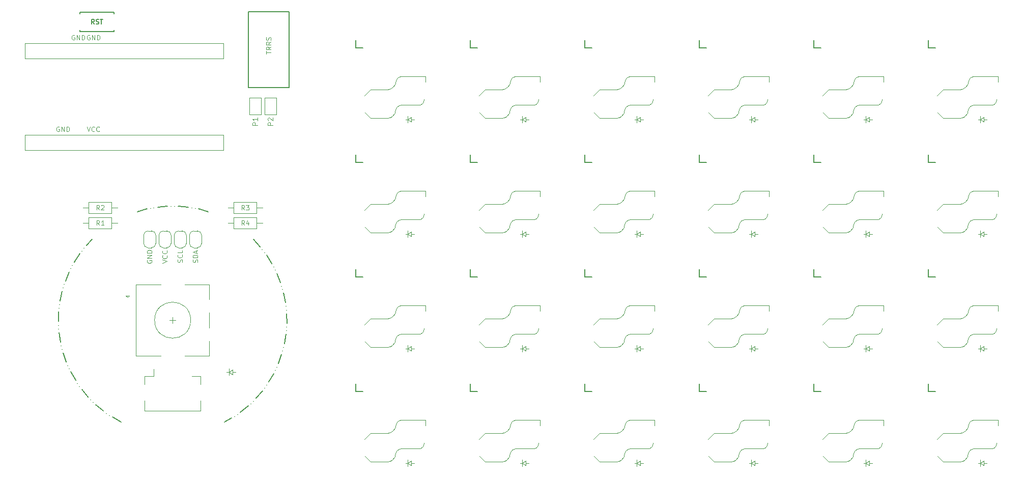
<source format=gbr>
%TF.GenerationSoftware,KiCad,Pcbnew,7.0.5*%
%TF.CreationDate,2025-01-15T14:24:04+08:00*%
%TF.ProjectId,TPS,5450532e-6b69-4636-9164-5f7063625858,rev?*%
%TF.SameCoordinates,Original*%
%TF.FileFunction,Legend,Top*%
%TF.FilePolarity,Positive*%
%FSLAX46Y46*%
G04 Gerber Fmt 4.6, Leading zero omitted, Abs format (unit mm)*
G04 Created by KiCad (PCBNEW 7.0.5) date 2025-01-15 14:24:04*
%MOMM*%
%LPD*%
G01*
G04 APERTURE LIST*
%ADD10C,0.150000*%
%ADD11C,0.120000*%
%ADD12C,0.100000*%
G04 APERTURE END LIST*
D10*
X54609258Y-97380810D02*
X53172632Y-96570319D01*
X52668441Y-96245109D02*
X52668441Y-96245109D01*
X52174770Y-95904142D02*
X52174770Y-95904142D01*
X51692110Y-95547758D02*
X50425463Y-94491162D01*
X49988288Y-94080250D02*
X49988288Y-94080250D01*
X49564306Y-93655740D02*
X49564306Y-93655740D01*
X49153938Y-93218054D02*
X48098918Y-91950094D01*
X47743135Y-91466992D02*
X47743135Y-91466992D01*
X47402782Y-90972897D02*
X47402782Y-90972897D01*
X47078199Y-90468302D02*
X46269496Y-89030669D01*
X46006801Y-88491260D02*
X46006801Y-88491260D01*
X45761269Y-87943826D02*
X45761269Y-87943826D01*
X45533143Y-87388913D02*
X44997347Y-85828877D01*
X44836379Y-85250898D02*
X44836379Y-85250898D01*
X44693741Y-84668125D02*
X44693741Y-84668125D01*
X44569574Y-84081139D02*
X44324302Y-82449995D01*
X44270353Y-81852450D02*
X44270353Y-81852450D01*
X44235299Y-81253500D02*
X44235299Y-81253500D01*
X44219172Y-80653742D02*
X44272489Y-79005122D01*
X44327334Y-78407659D02*
X44327334Y-78407659D01*
X44401016Y-77812226D02*
X44401016Y-77812226D01*
X44493461Y-77219415D02*
X44843614Y-75607528D01*
X45005448Y-75029791D02*
X45005448Y-75029791D01*
X45185444Y-74457452D02*
X45185444Y-74457452D01*
X45383420Y-73891082D02*
X46018896Y-72368925D01*
X46282399Y-71829911D02*
X46282399Y-71829911D01*
X46562790Y-71299486D02*
X46562790Y-71299486D01*
X46859788Y-70778178D02*
X47759692Y-69395802D01*
X48116200Y-68913234D02*
X48116200Y-68913234D01*
X48487767Y-68442162D02*
X48487767Y-68442162D01*
X48874022Y-67983058D02*
X49790263Y-67000687D01*
X57344438Y-62373655D02*
X58933780Y-61932316D01*
X59520367Y-61806277D02*
X59520367Y-61806277D01*
X60110641Y-61698821D02*
X60110641Y-61698821D01*
X60704013Y-61610055D02*
X62346925Y-61462980D01*
X62946629Y-61444940D02*
X62946629Y-61444940D01*
X63546603Y-61445843D02*
X63546603Y-61445843D01*
X64146250Y-61465690D02*
X65788711Y-61617714D01*
X66381813Y-61708267D02*
X66381813Y-61708267D01*
X66971760Y-61817501D02*
X66971760Y-61817501D01*
X67557965Y-61945307D02*
X69091561Y-62373655D01*
X76645738Y-67000688D02*
X77761029Y-68215972D01*
X78139831Y-68681245D02*
X78139831Y-68681245D01*
X78503754Y-69158247D02*
X78503754Y-69158247D01*
X78852434Y-69646501D02*
X79729930Y-71043208D01*
X80018484Y-71569237D02*
X80018484Y-71569237D01*
X80290285Y-72104115D02*
X80290285Y-72104115D01*
X80545063Y-72647308D02*
X81155911Y-74179513D01*
X81344729Y-74749002D02*
X81344729Y-74749002D01*
X81515472Y-75324169D02*
X81515472Y-75324169D01*
X81667970Y-75904440D02*
X81992086Y-77521765D01*
X82074960Y-78115988D02*
X82074960Y-78115988D01*
X82139030Y-78712533D02*
X82139030Y-78712533D01*
X82184234Y-79310802D02*
X82210960Y-80960067D01*
X82185165Y-81559488D02*
X82185165Y-81559488D01*
X82140457Y-82157795D02*
X82140457Y-82157795D01*
X82076880Y-82754392D02*
X81805338Y-84381369D01*
X81671722Y-84966276D02*
X81671722Y-84966276D01*
X81519705Y-85546674D02*
X81519705Y-85546674D01*
X81349439Y-86121982D02*
X80788557Y-87673175D01*
X80551513Y-88224338D02*
X80551513Y-88224338D01*
X80297186Y-88767742D02*
X80297186Y-88767742D01*
X80025827Y-89302844D02*
X79194048Y-90727250D01*
X78861371Y-91226546D02*
X78861371Y-91226546D01*
X78513095Y-91715088D02*
X78513095Y-91715088D01*
X78149567Y-92192391D02*
X77074239Y-93443174D01*
X76656867Y-93874186D02*
X76656867Y-93874186D01*
X76226095Y-94291804D02*
X76226095Y-94291804D01*
X75782351Y-94695613D02*
X74498832Y-95731647D01*
X74010488Y-96080202D02*
X74010488Y-96080202D01*
X73511383Y-96413165D02*
X73511383Y-96413165D01*
X73002014Y-96730203D02*
X71826744Y-97380811D01*
D11*
%TO.C,R3*%
X75141667Y-62116855D02*
X74875000Y-61735902D01*
X74684524Y-62116855D02*
X74684524Y-61316855D01*
X74684524Y-61316855D02*
X74989286Y-61316855D01*
X74989286Y-61316855D02*
X75065476Y-61354950D01*
X75065476Y-61354950D02*
X75103571Y-61393045D01*
X75103571Y-61393045D02*
X75141667Y-61469236D01*
X75141667Y-61469236D02*
X75141667Y-61583521D01*
X75141667Y-61583521D02*
X75103571Y-61659712D01*
X75103571Y-61659712D02*
X75065476Y-61697807D01*
X75065476Y-61697807D02*
X74989286Y-61735902D01*
X74989286Y-61735902D02*
X74684524Y-61735902D01*
X75408333Y-61316855D02*
X75903571Y-61316855D01*
X75903571Y-61316855D02*
X75636905Y-61621617D01*
X75636905Y-61621617D02*
X75751190Y-61621617D01*
X75751190Y-61621617D02*
X75827381Y-61659712D01*
X75827381Y-61659712D02*
X75865476Y-61697807D01*
X75865476Y-61697807D02*
X75903571Y-61773998D01*
X75903571Y-61773998D02*
X75903571Y-61964474D01*
X75903571Y-61964474D02*
X75865476Y-62040664D01*
X75865476Y-62040664D02*
X75827381Y-62078760D01*
X75827381Y-62078760D02*
X75751190Y-62116855D01*
X75751190Y-62116855D02*
X75522619Y-62116855D01*
X75522619Y-62116855D02*
X75446428Y-62078760D01*
X75446428Y-62078760D02*
X75408333Y-62040664D01*
%TO.C,T1*%
X78777855Y-36132523D02*
X78777855Y-35675380D01*
X79577855Y-35903952D02*
X78777855Y-35903952D01*
X79577855Y-34951570D02*
X79196902Y-35218237D01*
X79577855Y-35408713D02*
X78777855Y-35408713D01*
X78777855Y-35408713D02*
X78777855Y-35103951D01*
X78777855Y-35103951D02*
X78815950Y-35027761D01*
X78815950Y-35027761D02*
X78854045Y-34989666D01*
X78854045Y-34989666D02*
X78930236Y-34951570D01*
X78930236Y-34951570D02*
X79044521Y-34951570D01*
X79044521Y-34951570D02*
X79120712Y-34989666D01*
X79120712Y-34989666D02*
X79158807Y-35027761D01*
X79158807Y-35027761D02*
X79196902Y-35103951D01*
X79196902Y-35103951D02*
X79196902Y-35408713D01*
X79577855Y-34151570D02*
X79196902Y-34418237D01*
X79577855Y-34608713D02*
X78777855Y-34608713D01*
X78777855Y-34608713D02*
X78777855Y-34303951D01*
X78777855Y-34303951D02*
X78815950Y-34227761D01*
X78815950Y-34227761D02*
X78854045Y-34189666D01*
X78854045Y-34189666D02*
X78930236Y-34151570D01*
X78930236Y-34151570D02*
X79044521Y-34151570D01*
X79044521Y-34151570D02*
X79120712Y-34189666D01*
X79120712Y-34189666D02*
X79158807Y-34227761D01*
X79158807Y-34227761D02*
X79196902Y-34303951D01*
X79196902Y-34303951D02*
X79196902Y-34608713D01*
X79539760Y-33846809D02*
X79577855Y-33732523D01*
X79577855Y-33732523D02*
X79577855Y-33542047D01*
X79577855Y-33542047D02*
X79539760Y-33465856D01*
X79539760Y-33465856D02*
X79501664Y-33427761D01*
X79501664Y-33427761D02*
X79425474Y-33389666D01*
X79425474Y-33389666D02*
X79349283Y-33389666D01*
X79349283Y-33389666D02*
X79273093Y-33427761D01*
X79273093Y-33427761D02*
X79234998Y-33465856D01*
X79234998Y-33465856D02*
X79196902Y-33542047D01*
X79196902Y-33542047D02*
X79158807Y-33694428D01*
X79158807Y-33694428D02*
X79120712Y-33770618D01*
X79120712Y-33770618D02*
X79082617Y-33808713D01*
X79082617Y-33808713D02*
X79006426Y-33846809D01*
X79006426Y-33846809D02*
X78930236Y-33846809D01*
X78930236Y-33846809D02*
X78854045Y-33808713D01*
X78854045Y-33808713D02*
X78815950Y-33770618D01*
X78815950Y-33770618D02*
X78777855Y-33694428D01*
X78777855Y-33694428D02*
X78777855Y-33503951D01*
X78777855Y-33503951D02*
X78815950Y-33389666D01*
%TO.C,R1*%
X51027667Y-64656855D02*
X50761000Y-64275902D01*
X50570524Y-64656855D02*
X50570524Y-63856855D01*
X50570524Y-63856855D02*
X50875286Y-63856855D01*
X50875286Y-63856855D02*
X50951476Y-63894950D01*
X50951476Y-63894950D02*
X50989571Y-63933045D01*
X50989571Y-63933045D02*
X51027667Y-64009236D01*
X51027667Y-64009236D02*
X51027667Y-64123521D01*
X51027667Y-64123521D02*
X50989571Y-64199712D01*
X50989571Y-64199712D02*
X50951476Y-64237807D01*
X50951476Y-64237807D02*
X50875286Y-64275902D01*
X50875286Y-64275902D02*
X50570524Y-64275902D01*
X51789571Y-64656855D02*
X51332428Y-64656855D01*
X51561000Y-64656855D02*
X51561000Y-63856855D01*
X51561000Y-63856855D02*
X51484809Y-63971140D01*
X51484809Y-63971140D02*
X51408619Y-64047331D01*
X51408619Y-64047331D02*
X51332428Y-64085426D01*
%TO.C,JP1*%
X77307855Y-47980475D02*
X76507855Y-47980475D01*
X76507855Y-47980475D02*
X76507855Y-47675713D01*
X76507855Y-47675713D02*
X76545950Y-47599523D01*
X76545950Y-47599523D02*
X76584045Y-47561428D01*
X76584045Y-47561428D02*
X76660236Y-47523332D01*
X76660236Y-47523332D02*
X76774521Y-47523332D01*
X76774521Y-47523332D02*
X76850712Y-47561428D01*
X76850712Y-47561428D02*
X76888807Y-47599523D01*
X76888807Y-47599523D02*
X76926902Y-47675713D01*
X76926902Y-47675713D02*
X76926902Y-47980475D01*
X77307855Y-46761428D02*
X77307855Y-47218571D01*
X77307855Y-46989999D02*
X76507855Y-46989999D01*
X76507855Y-46989999D02*
X76622140Y-47066190D01*
X76622140Y-47066190D02*
X76698331Y-47142380D01*
X76698331Y-47142380D02*
X76736426Y-47218571D01*
%TO.C,JP2*%
X79847855Y-47980475D02*
X79047855Y-47980475D01*
X79047855Y-47980475D02*
X79047855Y-47675713D01*
X79047855Y-47675713D02*
X79085950Y-47599523D01*
X79085950Y-47599523D02*
X79124045Y-47561428D01*
X79124045Y-47561428D02*
X79200236Y-47523332D01*
X79200236Y-47523332D02*
X79314521Y-47523332D01*
X79314521Y-47523332D02*
X79390712Y-47561428D01*
X79390712Y-47561428D02*
X79428807Y-47599523D01*
X79428807Y-47599523D02*
X79466902Y-47675713D01*
X79466902Y-47675713D02*
X79466902Y-47980475D01*
X79124045Y-47218571D02*
X79085950Y-47180475D01*
X79085950Y-47180475D02*
X79047855Y-47104285D01*
X79047855Y-47104285D02*
X79047855Y-46913809D01*
X79047855Y-46913809D02*
X79085950Y-46837618D01*
X79085950Y-46837618D02*
X79124045Y-46799523D01*
X79124045Y-46799523D02*
X79200236Y-46761428D01*
X79200236Y-46761428D02*
X79276426Y-46761428D01*
X79276426Y-46761428D02*
X79390712Y-46799523D01*
X79390712Y-46799523D02*
X79847855Y-47256666D01*
X79847855Y-47256666D02*
X79847855Y-46761428D01*
D10*
%TO.C,RST1*%
X50162905Y-31185295D02*
X49896238Y-30804342D01*
X49705762Y-31185295D02*
X49705762Y-30385295D01*
X49705762Y-30385295D02*
X50010524Y-30385295D01*
X50010524Y-30385295D02*
X50086714Y-30423390D01*
X50086714Y-30423390D02*
X50124809Y-30461485D01*
X50124809Y-30461485D02*
X50162905Y-30537676D01*
X50162905Y-30537676D02*
X50162905Y-30651961D01*
X50162905Y-30651961D02*
X50124809Y-30728152D01*
X50124809Y-30728152D02*
X50086714Y-30766247D01*
X50086714Y-30766247D02*
X50010524Y-30804342D01*
X50010524Y-30804342D02*
X49705762Y-30804342D01*
X50467666Y-31147200D02*
X50581952Y-31185295D01*
X50581952Y-31185295D02*
X50772428Y-31185295D01*
X50772428Y-31185295D02*
X50848619Y-31147200D01*
X50848619Y-31147200D02*
X50886714Y-31109104D01*
X50886714Y-31109104D02*
X50924809Y-31032914D01*
X50924809Y-31032914D02*
X50924809Y-30956723D01*
X50924809Y-30956723D02*
X50886714Y-30880533D01*
X50886714Y-30880533D02*
X50848619Y-30842438D01*
X50848619Y-30842438D02*
X50772428Y-30804342D01*
X50772428Y-30804342D02*
X50620047Y-30766247D01*
X50620047Y-30766247D02*
X50543857Y-30728152D01*
X50543857Y-30728152D02*
X50505762Y-30690057D01*
X50505762Y-30690057D02*
X50467666Y-30613866D01*
X50467666Y-30613866D02*
X50467666Y-30537676D01*
X50467666Y-30537676D02*
X50505762Y-30461485D01*
X50505762Y-30461485D02*
X50543857Y-30423390D01*
X50543857Y-30423390D02*
X50620047Y-30385295D01*
X50620047Y-30385295D02*
X50810524Y-30385295D01*
X50810524Y-30385295D02*
X50924809Y-30423390D01*
X51153381Y-30385295D02*
X51610524Y-30385295D01*
X51381952Y-31185295D02*
X51381952Y-30385295D01*
D11*
%TO.C,R4*%
X75141667Y-64656855D02*
X74875000Y-64275902D01*
X74684524Y-64656855D02*
X74684524Y-63856855D01*
X74684524Y-63856855D02*
X74989286Y-63856855D01*
X74989286Y-63856855D02*
X75065476Y-63894950D01*
X75065476Y-63894950D02*
X75103571Y-63933045D01*
X75103571Y-63933045D02*
X75141667Y-64009236D01*
X75141667Y-64009236D02*
X75141667Y-64123521D01*
X75141667Y-64123521D02*
X75103571Y-64199712D01*
X75103571Y-64199712D02*
X75065476Y-64237807D01*
X75065476Y-64237807D02*
X74989286Y-64275902D01*
X74989286Y-64275902D02*
X74684524Y-64275902D01*
X75827381Y-64123521D02*
X75827381Y-64656855D01*
X75636905Y-63818760D02*
X75446428Y-64390188D01*
X75446428Y-64390188D02*
X75941667Y-64390188D01*
%TO.C,J1*%
X61511355Y-70924666D02*
X62311355Y-70657999D01*
X62311355Y-70657999D02*
X61511355Y-70391333D01*
X62235164Y-69667523D02*
X62273260Y-69705619D01*
X62273260Y-69705619D02*
X62311355Y-69819904D01*
X62311355Y-69819904D02*
X62311355Y-69896095D01*
X62311355Y-69896095D02*
X62273260Y-70010381D01*
X62273260Y-70010381D02*
X62197069Y-70086571D01*
X62197069Y-70086571D02*
X62120879Y-70124666D01*
X62120879Y-70124666D02*
X61968498Y-70162762D01*
X61968498Y-70162762D02*
X61854212Y-70162762D01*
X61854212Y-70162762D02*
X61701831Y-70124666D01*
X61701831Y-70124666D02*
X61625640Y-70086571D01*
X61625640Y-70086571D02*
X61549450Y-70010381D01*
X61549450Y-70010381D02*
X61511355Y-69896095D01*
X61511355Y-69896095D02*
X61511355Y-69819904D01*
X61511355Y-69819904D02*
X61549450Y-69705619D01*
X61549450Y-69705619D02*
X61587545Y-69667523D01*
X62235164Y-68867523D02*
X62273260Y-68905619D01*
X62273260Y-68905619D02*
X62311355Y-69019904D01*
X62311355Y-69019904D02*
X62311355Y-69096095D01*
X62311355Y-69096095D02*
X62273260Y-69210381D01*
X62273260Y-69210381D02*
X62197069Y-69286571D01*
X62197069Y-69286571D02*
X62120879Y-69324666D01*
X62120879Y-69324666D02*
X61968498Y-69362762D01*
X61968498Y-69362762D02*
X61854212Y-69362762D01*
X61854212Y-69362762D02*
X61701831Y-69324666D01*
X61701831Y-69324666D02*
X61625640Y-69286571D01*
X61625640Y-69286571D02*
X61549450Y-69210381D01*
X61549450Y-69210381D02*
X61511355Y-69096095D01*
X61511355Y-69096095D02*
X61511355Y-69019904D01*
X61511355Y-69019904D02*
X61549450Y-68905619D01*
X61549450Y-68905619D02*
X61587545Y-68867523D01*
X64813260Y-70810381D02*
X64851355Y-70696095D01*
X64851355Y-70696095D02*
X64851355Y-70505619D01*
X64851355Y-70505619D02*
X64813260Y-70429428D01*
X64813260Y-70429428D02*
X64775164Y-70391333D01*
X64775164Y-70391333D02*
X64698974Y-70353238D01*
X64698974Y-70353238D02*
X64622783Y-70353238D01*
X64622783Y-70353238D02*
X64546593Y-70391333D01*
X64546593Y-70391333D02*
X64508498Y-70429428D01*
X64508498Y-70429428D02*
X64470402Y-70505619D01*
X64470402Y-70505619D02*
X64432307Y-70658000D01*
X64432307Y-70658000D02*
X64394212Y-70734190D01*
X64394212Y-70734190D02*
X64356117Y-70772285D01*
X64356117Y-70772285D02*
X64279926Y-70810381D01*
X64279926Y-70810381D02*
X64203736Y-70810381D01*
X64203736Y-70810381D02*
X64127545Y-70772285D01*
X64127545Y-70772285D02*
X64089450Y-70734190D01*
X64089450Y-70734190D02*
X64051355Y-70658000D01*
X64051355Y-70658000D02*
X64051355Y-70467523D01*
X64051355Y-70467523D02*
X64089450Y-70353238D01*
X64775164Y-69553237D02*
X64813260Y-69591333D01*
X64813260Y-69591333D02*
X64851355Y-69705618D01*
X64851355Y-69705618D02*
X64851355Y-69781809D01*
X64851355Y-69781809D02*
X64813260Y-69896095D01*
X64813260Y-69896095D02*
X64737069Y-69972285D01*
X64737069Y-69972285D02*
X64660879Y-70010380D01*
X64660879Y-70010380D02*
X64508498Y-70048476D01*
X64508498Y-70048476D02*
X64394212Y-70048476D01*
X64394212Y-70048476D02*
X64241831Y-70010380D01*
X64241831Y-70010380D02*
X64165640Y-69972285D01*
X64165640Y-69972285D02*
X64089450Y-69896095D01*
X64089450Y-69896095D02*
X64051355Y-69781809D01*
X64051355Y-69781809D02*
X64051355Y-69705618D01*
X64051355Y-69705618D02*
X64089450Y-69591333D01*
X64089450Y-69591333D02*
X64127545Y-69553237D01*
X64851355Y-68829428D02*
X64851355Y-69210380D01*
X64851355Y-69210380D02*
X64051355Y-69210380D01*
X67353260Y-70829428D02*
X67391355Y-70715142D01*
X67391355Y-70715142D02*
X67391355Y-70524666D01*
X67391355Y-70524666D02*
X67353260Y-70448475D01*
X67353260Y-70448475D02*
X67315164Y-70410380D01*
X67315164Y-70410380D02*
X67238974Y-70372285D01*
X67238974Y-70372285D02*
X67162783Y-70372285D01*
X67162783Y-70372285D02*
X67086593Y-70410380D01*
X67086593Y-70410380D02*
X67048498Y-70448475D01*
X67048498Y-70448475D02*
X67010402Y-70524666D01*
X67010402Y-70524666D02*
X66972307Y-70677047D01*
X66972307Y-70677047D02*
X66934212Y-70753237D01*
X66934212Y-70753237D02*
X66896117Y-70791332D01*
X66896117Y-70791332D02*
X66819926Y-70829428D01*
X66819926Y-70829428D02*
X66743736Y-70829428D01*
X66743736Y-70829428D02*
X66667545Y-70791332D01*
X66667545Y-70791332D02*
X66629450Y-70753237D01*
X66629450Y-70753237D02*
X66591355Y-70677047D01*
X66591355Y-70677047D02*
X66591355Y-70486570D01*
X66591355Y-70486570D02*
X66629450Y-70372285D01*
X67391355Y-70029427D02*
X66591355Y-70029427D01*
X66591355Y-70029427D02*
X66591355Y-69838951D01*
X66591355Y-69838951D02*
X66629450Y-69724665D01*
X66629450Y-69724665D02*
X66705640Y-69648475D01*
X66705640Y-69648475D02*
X66781831Y-69610380D01*
X66781831Y-69610380D02*
X66934212Y-69572284D01*
X66934212Y-69572284D02*
X67048498Y-69572284D01*
X67048498Y-69572284D02*
X67200879Y-69610380D01*
X67200879Y-69610380D02*
X67277069Y-69648475D01*
X67277069Y-69648475D02*
X67353260Y-69724665D01*
X67353260Y-69724665D02*
X67391355Y-69838951D01*
X67391355Y-69838951D02*
X67391355Y-70029427D01*
X67162783Y-69267523D02*
X67162783Y-68886570D01*
X67391355Y-69343713D02*
X66591355Y-69077046D01*
X66591355Y-69077046D02*
X67391355Y-68810380D01*
X59009450Y-70467523D02*
X58971355Y-70543713D01*
X58971355Y-70543713D02*
X58971355Y-70657999D01*
X58971355Y-70657999D02*
X59009450Y-70772285D01*
X59009450Y-70772285D02*
X59085640Y-70848475D01*
X59085640Y-70848475D02*
X59161831Y-70886570D01*
X59161831Y-70886570D02*
X59314212Y-70924666D01*
X59314212Y-70924666D02*
X59428498Y-70924666D01*
X59428498Y-70924666D02*
X59580879Y-70886570D01*
X59580879Y-70886570D02*
X59657069Y-70848475D01*
X59657069Y-70848475D02*
X59733260Y-70772285D01*
X59733260Y-70772285D02*
X59771355Y-70657999D01*
X59771355Y-70657999D02*
X59771355Y-70581808D01*
X59771355Y-70581808D02*
X59733260Y-70467523D01*
X59733260Y-70467523D02*
X59695164Y-70429427D01*
X59695164Y-70429427D02*
X59428498Y-70429427D01*
X59428498Y-70429427D02*
X59428498Y-70581808D01*
X59771355Y-70086570D02*
X58971355Y-70086570D01*
X58971355Y-70086570D02*
X59771355Y-69629427D01*
X59771355Y-69629427D02*
X58971355Y-69629427D01*
X59771355Y-69248475D02*
X58971355Y-69248475D01*
X58971355Y-69248475D02*
X58971355Y-69057999D01*
X58971355Y-69057999D02*
X59009450Y-68943713D01*
X59009450Y-68943713D02*
X59085640Y-68867523D01*
X59085640Y-68867523D02*
X59161831Y-68829428D01*
X59161831Y-68829428D02*
X59314212Y-68791332D01*
X59314212Y-68791332D02*
X59428498Y-68791332D01*
X59428498Y-68791332D02*
X59580879Y-68829428D01*
X59580879Y-68829428D02*
X59657069Y-68867523D01*
X59657069Y-68867523D02*
X59733260Y-68943713D01*
X59733260Y-68943713D02*
X59771355Y-69057999D01*
X59771355Y-69057999D02*
X59771355Y-69248475D01*
%TO.C,R2*%
X51027667Y-62116855D02*
X50761000Y-61735902D01*
X50570524Y-62116855D02*
X50570524Y-61316855D01*
X50570524Y-61316855D02*
X50875286Y-61316855D01*
X50875286Y-61316855D02*
X50951476Y-61354950D01*
X50951476Y-61354950D02*
X50989571Y-61393045D01*
X50989571Y-61393045D02*
X51027667Y-61469236D01*
X51027667Y-61469236D02*
X51027667Y-61583521D01*
X51027667Y-61583521D02*
X50989571Y-61659712D01*
X50989571Y-61659712D02*
X50951476Y-61697807D01*
X50951476Y-61697807D02*
X50875286Y-61735902D01*
X50875286Y-61735902D02*
X50570524Y-61735902D01*
X51332428Y-61393045D02*
X51370524Y-61354950D01*
X51370524Y-61354950D02*
X51446714Y-61316855D01*
X51446714Y-61316855D02*
X51637190Y-61316855D01*
X51637190Y-61316855D02*
X51713381Y-61354950D01*
X51713381Y-61354950D02*
X51751476Y-61393045D01*
X51751476Y-61393045D02*
X51789571Y-61469236D01*
X51789571Y-61469236D02*
X51789571Y-61545426D01*
X51789571Y-61545426D02*
X51751476Y-61659712D01*
X51751476Y-61659712D02*
X51294333Y-62116855D01*
X51294333Y-62116855D02*
X51789571Y-62116855D01*
%TO.C,U1*%
X46891476Y-33067950D02*
X46815286Y-33029855D01*
X46815286Y-33029855D02*
X46701000Y-33029855D01*
X46701000Y-33029855D02*
X46586714Y-33067950D01*
X46586714Y-33067950D02*
X46510524Y-33144140D01*
X46510524Y-33144140D02*
X46472429Y-33220331D01*
X46472429Y-33220331D02*
X46434333Y-33372712D01*
X46434333Y-33372712D02*
X46434333Y-33486998D01*
X46434333Y-33486998D02*
X46472429Y-33639379D01*
X46472429Y-33639379D02*
X46510524Y-33715569D01*
X46510524Y-33715569D02*
X46586714Y-33791760D01*
X46586714Y-33791760D02*
X46701000Y-33829855D01*
X46701000Y-33829855D02*
X46777191Y-33829855D01*
X46777191Y-33829855D02*
X46891476Y-33791760D01*
X46891476Y-33791760D02*
X46929572Y-33753664D01*
X46929572Y-33753664D02*
X46929572Y-33486998D01*
X46929572Y-33486998D02*
X46777191Y-33486998D01*
X47272429Y-33829855D02*
X47272429Y-33029855D01*
X47272429Y-33029855D02*
X47729572Y-33829855D01*
X47729572Y-33829855D02*
X47729572Y-33029855D01*
X48110524Y-33829855D02*
X48110524Y-33029855D01*
X48110524Y-33029855D02*
X48301000Y-33029855D01*
X48301000Y-33029855D02*
X48415286Y-33067950D01*
X48415286Y-33067950D02*
X48491476Y-33144140D01*
X48491476Y-33144140D02*
X48529571Y-33220331D01*
X48529571Y-33220331D02*
X48567667Y-33372712D01*
X48567667Y-33372712D02*
X48567667Y-33486998D01*
X48567667Y-33486998D02*
X48529571Y-33639379D01*
X48529571Y-33639379D02*
X48491476Y-33715569D01*
X48491476Y-33715569D02*
X48415286Y-33791760D01*
X48415286Y-33791760D02*
X48301000Y-33829855D01*
X48301000Y-33829855D02*
X48110524Y-33829855D01*
X48974333Y-48269855D02*
X49241000Y-49069855D01*
X49241000Y-49069855D02*
X49507666Y-48269855D01*
X50231476Y-48993664D02*
X50193380Y-49031760D01*
X50193380Y-49031760D02*
X50079095Y-49069855D01*
X50079095Y-49069855D02*
X50002904Y-49069855D01*
X50002904Y-49069855D02*
X49888618Y-49031760D01*
X49888618Y-49031760D02*
X49812428Y-48955569D01*
X49812428Y-48955569D02*
X49774333Y-48879379D01*
X49774333Y-48879379D02*
X49736237Y-48726998D01*
X49736237Y-48726998D02*
X49736237Y-48612712D01*
X49736237Y-48612712D02*
X49774333Y-48460331D01*
X49774333Y-48460331D02*
X49812428Y-48384140D01*
X49812428Y-48384140D02*
X49888618Y-48307950D01*
X49888618Y-48307950D02*
X50002904Y-48269855D01*
X50002904Y-48269855D02*
X50079095Y-48269855D01*
X50079095Y-48269855D02*
X50193380Y-48307950D01*
X50193380Y-48307950D02*
X50231476Y-48346045D01*
X51031476Y-48993664D02*
X50993380Y-49031760D01*
X50993380Y-49031760D02*
X50879095Y-49069855D01*
X50879095Y-49069855D02*
X50802904Y-49069855D01*
X50802904Y-49069855D02*
X50688618Y-49031760D01*
X50688618Y-49031760D02*
X50612428Y-48955569D01*
X50612428Y-48955569D02*
X50574333Y-48879379D01*
X50574333Y-48879379D02*
X50536237Y-48726998D01*
X50536237Y-48726998D02*
X50536237Y-48612712D01*
X50536237Y-48612712D02*
X50574333Y-48460331D01*
X50574333Y-48460331D02*
X50612428Y-48384140D01*
X50612428Y-48384140D02*
X50688618Y-48307950D01*
X50688618Y-48307950D02*
X50802904Y-48269855D01*
X50802904Y-48269855D02*
X50879095Y-48269855D01*
X50879095Y-48269855D02*
X50993380Y-48307950D01*
X50993380Y-48307950D02*
X51031476Y-48346045D01*
X49431476Y-33067950D02*
X49355286Y-33029855D01*
X49355286Y-33029855D02*
X49241000Y-33029855D01*
X49241000Y-33029855D02*
X49126714Y-33067950D01*
X49126714Y-33067950D02*
X49050524Y-33144140D01*
X49050524Y-33144140D02*
X49012429Y-33220331D01*
X49012429Y-33220331D02*
X48974333Y-33372712D01*
X48974333Y-33372712D02*
X48974333Y-33486998D01*
X48974333Y-33486998D02*
X49012429Y-33639379D01*
X49012429Y-33639379D02*
X49050524Y-33715569D01*
X49050524Y-33715569D02*
X49126714Y-33791760D01*
X49126714Y-33791760D02*
X49241000Y-33829855D01*
X49241000Y-33829855D02*
X49317191Y-33829855D01*
X49317191Y-33829855D02*
X49431476Y-33791760D01*
X49431476Y-33791760D02*
X49469572Y-33753664D01*
X49469572Y-33753664D02*
X49469572Y-33486998D01*
X49469572Y-33486998D02*
X49317191Y-33486998D01*
X49812429Y-33829855D02*
X49812429Y-33029855D01*
X49812429Y-33029855D02*
X50269572Y-33829855D01*
X50269572Y-33829855D02*
X50269572Y-33029855D01*
X50650524Y-33829855D02*
X50650524Y-33029855D01*
X50650524Y-33029855D02*
X50841000Y-33029855D01*
X50841000Y-33029855D02*
X50955286Y-33067950D01*
X50955286Y-33067950D02*
X51031476Y-33144140D01*
X51031476Y-33144140D02*
X51069571Y-33220331D01*
X51069571Y-33220331D02*
X51107667Y-33372712D01*
X51107667Y-33372712D02*
X51107667Y-33486998D01*
X51107667Y-33486998D02*
X51069571Y-33639379D01*
X51069571Y-33639379D02*
X51031476Y-33715569D01*
X51031476Y-33715569D02*
X50955286Y-33791760D01*
X50955286Y-33791760D02*
X50841000Y-33829855D01*
X50841000Y-33829855D02*
X50650524Y-33829855D01*
X44351476Y-48307950D02*
X44275286Y-48269855D01*
X44275286Y-48269855D02*
X44161000Y-48269855D01*
X44161000Y-48269855D02*
X44046714Y-48307950D01*
X44046714Y-48307950D02*
X43970524Y-48384140D01*
X43970524Y-48384140D02*
X43932429Y-48460331D01*
X43932429Y-48460331D02*
X43894333Y-48612712D01*
X43894333Y-48612712D02*
X43894333Y-48726998D01*
X43894333Y-48726998D02*
X43932429Y-48879379D01*
X43932429Y-48879379D02*
X43970524Y-48955569D01*
X43970524Y-48955569D02*
X44046714Y-49031760D01*
X44046714Y-49031760D02*
X44161000Y-49069855D01*
X44161000Y-49069855D02*
X44237191Y-49069855D01*
X44237191Y-49069855D02*
X44351476Y-49031760D01*
X44351476Y-49031760D02*
X44389572Y-48993664D01*
X44389572Y-48993664D02*
X44389572Y-48726998D01*
X44389572Y-48726998D02*
X44237191Y-48726998D01*
X44732429Y-49069855D02*
X44732429Y-48269855D01*
X44732429Y-48269855D02*
X45189572Y-49069855D01*
X45189572Y-49069855D02*
X45189572Y-48269855D01*
X45570524Y-49069855D02*
X45570524Y-48269855D01*
X45570524Y-48269855D02*
X45761000Y-48269855D01*
X45761000Y-48269855D02*
X45875286Y-48307950D01*
X45875286Y-48307950D02*
X45951476Y-48384140D01*
X45951476Y-48384140D02*
X45989571Y-48460331D01*
X45989571Y-48460331D02*
X46027667Y-48612712D01*
X46027667Y-48612712D02*
X46027667Y-48726998D01*
X46027667Y-48726998D02*
X45989571Y-48879379D01*
X45989571Y-48879379D02*
X45951476Y-48955569D01*
X45951476Y-48955569D02*
X45875286Y-49031760D01*
X45875286Y-49031760D02*
X45761000Y-49069855D01*
X45761000Y-49069855D02*
X45570524Y-49069855D01*
D12*
%TO.C,D13*%
X159094567Y-47050499D02*
X159494567Y-47050499D01*
X159494567Y-47050499D02*
X159494567Y-46500499D01*
X159494567Y-47050499D02*
X159494567Y-47600499D01*
X159494567Y-47050499D02*
X160094567Y-46650499D01*
X160094567Y-46650499D02*
X160094567Y-47450499D01*
X160094567Y-47050499D02*
X160594567Y-47050499D01*
X160094567Y-47450499D02*
X159494567Y-47050499D01*
%TO.C,D20*%
X178144400Y-104200000D02*
X178544400Y-104200000D01*
X178544400Y-104200000D02*
X178544400Y-103650000D01*
X178544400Y-104200000D02*
X178544400Y-104750000D01*
X178544400Y-104200000D02*
X179144400Y-103800000D01*
X179144400Y-103800000D02*
X179144400Y-104600000D01*
X179144400Y-104200000D02*
X179644400Y-104200000D01*
X179144400Y-104600000D02*
X178544400Y-104200000D01*
D11*
%TO.C,R3*%
X78145000Y-61753000D02*
X77195000Y-61753000D01*
X77195000Y-62673000D02*
X77195000Y-60833000D01*
X77195000Y-60833000D02*
X73355000Y-60833000D01*
X73355000Y-62673000D02*
X77195000Y-62673000D01*
X73355000Y-60833000D02*
X73355000Y-62673000D01*
X72405000Y-61753000D02*
X73355000Y-61753000D01*
%TO.C,SW16*%
X162446167Y-97971499D02*
X162446167Y-97029499D01*
X162446167Y-97029499D02*
X158360167Y-97029499D01*
X162081167Y-101284499D02*
X162166167Y-100857499D01*
X161892167Y-101567499D02*
X162081167Y-101284499D01*
X161609167Y-101756499D02*
X161892167Y-101567499D01*
X161282167Y-101821499D02*
X161609167Y-101756499D01*
X158482167Y-101821499D02*
X161282167Y-101821499D01*
X158360167Y-97029499D02*
X158050167Y-97088499D01*
X158050167Y-97088499D02*
X157776167Y-97258499D01*
X158044167Y-101908499D02*
X158482167Y-101821499D01*
X157776167Y-97258499D02*
X157583167Y-97516499D01*
X157677167Y-102152499D02*
X158044167Y-101908499D01*
X157583167Y-97516499D02*
X157501167Y-97814499D01*
X157501167Y-97814499D02*
X157347167Y-98372499D01*
X157433167Y-102519499D02*
X157677167Y-102152499D01*
X157347167Y-98372499D02*
X157009167Y-98825499D01*
X157346167Y-103179499D02*
X157346167Y-102957499D01*
X157346167Y-102957499D02*
X157433167Y-102519499D01*
X157009167Y-98825499D02*
X156530167Y-99124499D01*
X156813167Y-103712499D02*
X157346167Y-103179499D01*
X156530167Y-99124499D02*
X155968167Y-99229499D01*
X156471167Y-103941499D02*
X156813167Y-103712499D01*
X156068167Y-104021499D02*
X156471167Y-103941499D01*
X155968167Y-99229499D02*
X153321167Y-99229499D01*
X153321167Y-104021499D02*
X156068167Y-104021499D01*
X153321167Y-99229499D02*
X152300167Y-100250499D01*
X152384167Y-103084499D02*
X153321167Y-104021499D01*
D12*
%TO.C,D1*%
X101944567Y-47050499D02*
X102344567Y-47050499D01*
X102344567Y-47050499D02*
X102344567Y-46500499D01*
X102344567Y-47050499D02*
X102344567Y-47600499D01*
X102344567Y-47050499D02*
X102944567Y-46650499D01*
X102944567Y-46650499D02*
X102944567Y-47450499D01*
X102944567Y-47050499D02*
X103444567Y-47050499D01*
X102944567Y-47450499D02*
X102344567Y-47050499D01*
%TO.C,D18*%
X178144567Y-66100499D02*
X178544567Y-66100499D01*
X178544567Y-66100499D02*
X178544567Y-65550499D01*
X178544567Y-66100499D02*
X178544567Y-66650499D01*
X178544567Y-66100499D02*
X179144567Y-65700499D01*
X179144567Y-65700499D02*
X179144567Y-66500499D01*
X179144567Y-66100499D02*
X179644567Y-66100499D01*
X179144567Y-66500499D02*
X178544567Y-66100499D01*
D11*
%TO.C,SW3*%
X105296167Y-78921499D02*
X105296167Y-77979499D01*
X105296167Y-77979499D02*
X101210167Y-77979499D01*
X104931167Y-82234499D02*
X105016167Y-81807499D01*
X104742167Y-82517499D02*
X104931167Y-82234499D01*
X104459167Y-82706499D02*
X104742167Y-82517499D01*
X104132167Y-82771499D02*
X104459167Y-82706499D01*
X101332167Y-82771499D02*
X104132167Y-82771499D01*
X101210167Y-77979499D02*
X100900167Y-78038499D01*
X100900167Y-78038499D02*
X100626167Y-78208499D01*
X100894167Y-82858499D02*
X101332167Y-82771499D01*
X100626167Y-78208499D02*
X100433167Y-78466499D01*
X100527167Y-83102499D02*
X100894167Y-82858499D01*
X100433167Y-78466499D02*
X100351167Y-78764499D01*
X100351167Y-78764499D02*
X100197167Y-79322499D01*
X100283167Y-83469499D02*
X100527167Y-83102499D01*
X100197167Y-79322499D02*
X99859167Y-79775499D01*
X100196167Y-84129499D02*
X100196167Y-83907499D01*
X100196167Y-83907499D02*
X100283167Y-83469499D01*
X99859167Y-79775499D02*
X99380167Y-80074499D01*
X99663167Y-84662499D02*
X100196167Y-84129499D01*
X99380167Y-80074499D02*
X98818167Y-80179499D01*
X99321167Y-84891499D02*
X99663167Y-84662499D01*
X98918167Y-84971499D02*
X99321167Y-84891499D01*
X98818167Y-80179499D02*
X96171167Y-80179499D01*
X96171167Y-84971499D02*
X98918167Y-84971499D01*
X96171167Y-80179499D02*
X95150167Y-81200499D01*
X95234167Y-84034499D02*
X96171167Y-84971499D01*
%TO.C,SW4*%
X105296167Y-97971499D02*
X105296167Y-97029499D01*
X105296167Y-97029499D02*
X101210167Y-97029499D01*
X104931167Y-101284499D02*
X105016167Y-100857499D01*
X104742167Y-101567499D02*
X104931167Y-101284499D01*
X104459167Y-101756499D02*
X104742167Y-101567499D01*
X104132167Y-101821499D02*
X104459167Y-101756499D01*
X101332167Y-101821499D02*
X104132167Y-101821499D01*
X101210167Y-97029499D02*
X100900167Y-97088499D01*
X100900167Y-97088499D02*
X100626167Y-97258499D01*
X100894167Y-101908499D02*
X101332167Y-101821499D01*
X100626167Y-97258499D02*
X100433167Y-97516499D01*
X100527167Y-102152499D02*
X100894167Y-101908499D01*
X100433167Y-97516499D02*
X100351167Y-97814499D01*
X100351167Y-97814499D02*
X100197167Y-98372499D01*
X100283167Y-102519499D02*
X100527167Y-102152499D01*
X100197167Y-98372499D02*
X99859167Y-98825499D01*
X100196167Y-103179499D02*
X100196167Y-102957499D01*
X100196167Y-102957499D02*
X100283167Y-102519499D01*
X99859167Y-98825499D02*
X99380167Y-99124499D01*
X99663167Y-103712499D02*
X100196167Y-103179499D01*
X99380167Y-99124499D02*
X98818167Y-99229499D01*
X99321167Y-103941499D02*
X99663167Y-103712499D01*
X98918167Y-104021499D02*
X99321167Y-103941499D01*
X98818167Y-99229499D02*
X96171167Y-99229499D01*
X96171167Y-104021499D02*
X98918167Y-104021499D01*
X96171167Y-99229499D02*
X95150167Y-100250499D01*
X95234167Y-103084499D02*
X96171167Y-104021499D01*
D12*
%TO.C,D22*%
X197194567Y-66100499D02*
X197594567Y-66100499D01*
X197594567Y-66100499D02*
X197594567Y-65550499D01*
X197594567Y-66100499D02*
X197594567Y-66650499D01*
X197594567Y-66100499D02*
X198194567Y-65700499D01*
X198194567Y-65700499D02*
X198194567Y-66500499D01*
X198194567Y-66100499D02*
X198694567Y-66100499D01*
X198194567Y-66500499D02*
X197594567Y-66100499D01*
D11*
%TO.C,SW1*%
X105296167Y-40821499D02*
X105296167Y-39879499D01*
X105296167Y-39879499D02*
X101210167Y-39879499D01*
X104931167Y-44134499D02*
X105016167Y-43707499D01*
X104742167Y-44417499D02*
X104931167Y-44134499D01*
X104459167Y-44606499D02*
X104742167Y-44417499D01*
X104132167Y-44671499D02*
X104459167Y-44606499D01*
X101332167Y-44671499D02*
X104132167Y-44671499D01*
X101210167Y-39879499D02*
X100900167Y-39938499D01*
X100900167Y-39938499D02*
X100626167Y-40108499D01*
X100894167Y-44758499D02*
X101332167Y-44671499D01*
X100626167Y-40108499D02*
X100433167Y-40366499D01*
X100527167Y-45002499D02*
X100894167Y-44758499D01*
X100433167Y-40366499D02*
X100351167Y-40664499D01*
X100351167Y-40664499D02*
X100197167Y-41222499D01*
X100283167Y-45369499D02*
X100527167Y-45002499D01*
X100197167Y-41222499D02*
X99859167Y-41675499D01*
X100196167Y-46029499D02*
X100196167Y-45807499D01*
X100196167Y-45807499D02*
X100283167Y-45369499D01*
X99859167Y-41675499D02*
X99380167Y-41974499D01*
X99663167Y-46562499D02*
X100196167Y-46029499D01*
X99380167Y-41974499D02*
X98818167Y-42079499D01*
X99321167Y-46791499D02*
X99663167Y-46562499D01*
X98918167Y-46871499D02*
X99321167Y-46791499D01*
X98818167Y-42079499D02*
X96171167Y-42079499D01*
X96171167Y-46871499D02*
X98918167Y-46871499D01*
X96171167Y-42079499D02*
X95150167Y-43100499D01*
X95234167Y-45934499D02*
X96171167Y-46871499D01*
D12*
%TO.C,D6*%
X120994567Y-66100499D02*
X121394567Y-66100499D01*
X121394567Y-66100499D02*
X121394567Y-65550499D01*
X121394567Y-66100499D02*
X121394567Y-66650499D01*
X121394567Y-66100499D02*
X121994567Y-65700499D01*
X121994567Y-65700499D02*
X121994567Y-66500499D01*
X121994567Y-66100499D02*
X122494567Y-66100499D01*
X121994567Y-66500499D02*
X121394567Y-66100499D01*
D11*
%TO.C,SW7*%
X124346168Y-78921498D02*
X124346168Y-77979498D01*
X124346168Y-77979498D02*
X120260168Y-77979498D01*
X123981168Y-82234498D02*
X124066168Y-81807498D01*
X123792168Y-82517498D02*
X123981168Y-82234498D01*
X123509168Y-82706498D02*
X123792168Y-82517498D01*
X123182168Y-82771498D02*
X123509168Y-82706498D01*
X120382168Y-82771498D02*
X123182168Y-82771498D01*
X120260168Y-77979498D02*
X119950168Y-78038498D01*
X119950168Y-78038498D02*
X119676168Y-78208498D01*
X119944168Y-82858498D02*
X120382168Y-82771498D01*
X119676168Y-78208498D02*
X119483168Y-78466498D01*
X119577168Y-83102498D02*
X119944168Y-82858498D01*
X119483168Y-78466498D02*
X119401168Y-78764498D01*
X119401168Y-78764498D02*
X119247168Y-79322498D01*
X119333168Y-83469498D02*
X119577168Y-83102498D01*
X119247168Y-79322498D02*
X118909168Y-79775498D01*
X119246168Y-84129498D02*
X119246168Y-83907498D01*
X119246168Y-83907498D02*
X119333168Y-83469498D01*
X118909168Y-79775498D02*
X118430168Y-80074498D01*
X118713168Y-84662498D02*
X119246168Y-84129498D01*
X118430168Y-80074498D02*
X117868168Y-80179498D01*
X118371168Y-84891498D02*
X118713168Y-84662498D01*
X117968168Y-84971498D02*
X118371168Y-84891498D01*
X117868168Y-80179498D02*
X115221168Y-80179498D01*
X115221168Y-84971498D02*
X117968168Y-84971498D01*
X115221168Y-80179498D02*
X114200168Y-81200498D01*
X114284168Y-84034498D02*
X115221168Y-84971498D01*
D10*
%TO.C,T1*%
X75835800Y-29150000D02*
X75835800Y-37788000D01*
X75835800Y-29150000D02*
X82592200Y-29150000D01*
X75835800Y-37788000D02*
X75835800Y-41723000D01*
X82592200Y-29150000D02*
X82592200Y-41723000D01*
X82592200Y-41723000D02*
X75835800Y-41723000D01*
D11*
%TO.C,SW9*%
X143396167Y-40821499D02*
X143396167Y-39879499D01*
X143396167Y-39879499D02*
X139310167Y-39879499D01*
X143031167Y-44134499D02*
X143116167Y-43707499D01*
X142842167Y-44417499D02*
X143031167Y-44134499D01*
X142559167Y-44606499D02*
X142842167Y-44417499D01*
X142232167Y-44671499D02*
X142559167Y-44606499D01*
X139432167Y-44671499D02*
X142232167Y-44671499D01*
X139310167Y-39879499D02*
X139000167Y-39938499D01*
X139000167Y-39938499D02*
X138726167Y-40108499D01*
X138994167Y-44758499D02*
X139432167Y-44671499D01*
X138726167Y-40108499D02*
X138533167Y-40366499D01*
X138627167Y-45002499D02*
X138994167Y-44758499D01*
X138533167Y-40366499D02*
X138451167Y-40664499D01*
X138451167Y-40664499D02*
X138297167Y-41222499D01*
X138383167Y-45369499D02*
X138627167Y-45002499D01*
X138297167Y-41222499D02*
X137959167Y-41675499D01*
X138296167Y-46029499D02*
X138296167Y-45807499D01*
X138296167Y-45807499D02*
X138383167Y-45369499D01*
X137959167Y-41675499D02*
X137480167Y-41974499D01*
X137763167Y-46562499D02*
X138296167Y-46029499D01*
X137480167Y-41974499D02*
X136918167Y-42079499D01*
X137421167Y-46791499D02*
X137763167Y-46562499D01*
X137018167Y-46871499D02*
X137421167Y-46791499D01*
X136918167Y-42079499D02*
X134271167Y-42079499D01*
X134271167Y-46871499D02*
X137018167Y-46871499D01*
X134271167Y-42079499D02*
X133250167Y-43100499D01*
X133334167Y-45934499D02*
X134271167Y-46871499D01*
D12*
%TO.C,D2*%
X101944567Y-66100499D02*
X102344567Y-66100499D01*
X102344567Y-66100499D02*
X102344567Y-65550499D01*
X102344567Y-66100499D02*
X102344567Y-66650499D01*
X102344567Y-66100499D02*
X102944567Y-65700499D01*
X102944567Y-65700499D02*
X102944567Y-66500499D01*
X102944567Y-66100499D02*
X103444567Y-66100499D01*
X102944567Y-66500499D02*
X102344567Y-66100499D01*
%TO.C,D7*%
X120994568Y-85150498D02*
X121394568Y-85150498D01*
X121394568Y-85150498D02*
X121394568Y-84600498D01*
X121394568Y-85150498D02*
X121394568Y-85700498D01*
X121394568Y-85150498D02*
X121994568Y-84750498D01*
X121994568Y-84750498D02*
X121994568Y-85550498D01*
X121994568Y-85150498D02*
X122494568Y-85150498D01*
X121994568Y-85550498D02*
X121394568Y-85150498D01*
D11*
%TO.C,SW17*%
X181496167Y-40821499D02*
X181496167Y-39879499D01*
X181496167Y-39879499D02*
X177410167Y-39879499D01*
X181131167Y-44134499D02*
X181216167Y-43707499D01*
X180942167Y-44417499D02*
X181131167Y-44134499D01*
X180659167Y-44606499D02*
X180942167Y-44417499D01*
X180332167Y-44671499D02*
X180659167Y-44606499D01*
X177532167Y-44671499D02*
X180332167Y-44671499D01*
X177410167Y-39879499D02*
X177100167Y-39938499D01*
X177100167Y-39938499D02*
X176826167Y-40108499D01*
X177094167Y-44758499D02*
X177532167Y-44671499D01*
X176826167Y-40108499D02*
X176633167Y-40366499D01*
X176727167Y-45002499D02*
X177094167Y-44758499D01*
X176633167Y-40366499D02*
X176551167Y-40664499D01*
X176551167Y-40664499D02*
X176397167Y-41222499D01*
X176483167Y-45369499D02*
X176727167Y-45002499D01*
X176397167Y-41222499D02*
X176059167Y-41675499D01*
X176396167Y-46029499D02*
X176396167Y-45807499D01*
X176396167Y-45807499D02*
X176483167Y-45369499D01*
X176059167Y-41675499D02*
X175580167Y-41974499D01*
X175863167Y-46562499D02*
X176396167Y-46029499D01*
X175580167Y-41974499D02*
X175018167Y-42079499D01*
X175521167Y-46791499D02*
X175863167Y-46562499D01*
X175118167Y-46871499D02*
X175521167Y-46791499D01*
X175018167Y-42079499D02*
X172371167Y-42079499D01*
X172371167Y-46871499D02*
X175118167Y-46871499D01*
X172371167Y-42079499D02*
X171350167Y-43100499D01*
X171434167Y-45934499D02*
X172371167Y-46871499D01*
%TO.C,SW22*%
X200546167Y-59871499D02*
X200546167Y-58929499D01*
X200546167Y-58929499D02*
X196460167Y-58929499D01*
X200181167Y-63184499D02*
X200266167Y-62757499D01*
X199992167Y-63467499D02*
X200181167Y-63184499D01*
X199709167Y-63656499D02*
X199992167Y-63467499D01*
X199382167Y-63721499D02*
X199709167Y-63656499D01*
X196582167Y-63721499D02*
X199382167Y-63721499D01*
X196460167Y-58929499D02*
X196150167Y-58988499D01*
X196150167Y-58988499D02*
X195876167Y-59158499D01*
X196144167Y-63808499D02*
X196582167Y-63721499D01*
X195876167Y-59158499D02*
X195683167Y-59416499D01*
X195777167Y-64052499D02*
X196144167Y-63808499D01*
X195683167Y-59416499D02*
X195601167Y-59714499D01*
X195601167Y-59714499D02*
X195447167Y-60272499D01*
X195533167Y-64419499D02*
X195777167Y-64052499D01*
X195447167Y-60272499D02*
X195109167Y-60725499D01*
X195446167Y-65079499D02*
X195446167Y-64857499D01*
X195446167Y-64857499D02*
X195533167Y-64419499D01*
X195109167Y-60725499D02*
X194630167Y-61024499D01*
X194913167Y-65612499D02*
X195446167Y-65079499D01*
X194630167Y-61024499D02*
X194068167Y-61129499D01*
X194571167Y-65841499D02*
X194913167Y-65612499D01*
X194168167Y-65921499D02*
X194571167Y-65841499D01*
X194068167Y-61129499D02*
X191421167Y-61129499D01*
X191421167Y-65921499D02*
X194168167Y-65921499D01*
X191421167Y-61129499D02*
X190400167Y-62150499D01*
X190484167Y-64984499D02*
X191421167Y-65921499D01*
%TO.C,SW21*%
X200546167Y-40821499D02*
X200546167Y-39879499D01*
X200546167Y-39879499D02*
X196460167Y-39879499D01*
X200181167Y-44134499D02*
X200266167Y-43707499D01*
X199992167Y-44417499D02*
X200181167Y-44134499D01*
X199709167Y-44606499D02*
X199992167Y-44417499D01*
X199382167Y-44671499D02*
X199709167Y-44606499D01*
X196582167Y-44671499D02*
X199382167Y-44671499D01*
X196460167Y-39879499D02*
X196150167Y-39938499D01*
X196150167Y-39938499D02*
X195876167Y-40108499D01*
X196144167Y-44758499D02*
X196582167Y-44671499D01*
X195876167Y-40108499D02*
X195683167Y-40366499D01*
X195777167Y-45002499D02*
X196144167Y-44758499D01*
X195683167Y-40366499D02*
X195601167Y-40664499D01*
X195601167Y-40664499D02*
X195447167Y-41222499D01*
X195533167Y-45369499D02*
X195777167Y-45002499D01*
X195447167Y-41222499D02*
X195109167Y-41675499D01*
X195446167Y-46029499D02*
X195446167Y-45807499D01*
X195446167Y-45807499D02*
X195533167Y-45369499D01*
X195109167Y-41675499D02*
X194630167Y-41974499D01*
X194913167Y-46562499D02*
X195446167Y-46029499D01*
X194630167Y-41974499D02*
X194068167Y-42079499D01*
X194571167Y-46791499D02*
X194913167Y-46562499D01*
X194168167Y-46871499D02*
X194571167Y-46791499D01*
X194068167Y-42079499D02*
X191421167Y-42079499D01*
X191421167Y-46871499D02*
X194168167Y-46871499D01*
X191421167Y-42079499D02*
X190400167Y-43100499D01*
X190484167Y-45934499D02*
X191421167Y-46871499D01*
D12*
%TO.C,D19*%
X178144567Y-85150499D02*
X178544567Y-85150499D01*
X178544567Y-85150499D02*
X178544567Y-84600499D01*
X178544567Y-85150499D02*
X178544567Y-85700499D01*
X178544567Y-85150499D02*
X179144567Y-84750499D01*
X179144567Y-84750499D02*
X179144567Y-85550499D01*
X179144567Y-85150499D02*
X179644567Y-85150499D01*
X179144567Y-85550499D02*
X178544567Y-85150499D01*
D11*
%TO.C,JP5*%
X67327500Y-68393000D02*
X66727500Y-68393000D01*
X66027500Y-67693000D02*
X66027500Y-66293000D01*
X68027500Y-66293000D02*
X68027500Y-67693000D01*
X66727500Y-65593000D02*
X67327500Y-65593000D01*
X66027500Y-67693000D02*
G75*
G03*
X66727500Y-68393000I699999J-1D01*
G01*
X67327500Y-68393000D02*
G75*
G03*
X68027500Y-67693000I1J699999D01*
G01*
X66727500Y-65593000D02*
G75*
G03*
X66027500Y-66293000I0J-700000D01*
G01*
X68027500Y-66293000D02*
G75*
G03*
X67327500Y-65593000I-700000J0D01*
G01*
%TO.C,SW23*%
X200546167Y-78921499D02*
X200546167Y-77979499D01*
X200546167Y-77979499D02*
X196460167Y-77979499D01*
X200181167Y-82234499D02*
X200266167Y-81807499D01*
X199992167Y-82517499D02*
X200181167Y-82234499D01*
X199709167Y-82706499D02*
X199992167Y-82517499D01*
X199382167Y-82771499D02*
X199709167Y-82706499D01*
X196582167Y-82771499D02*
X199382167Y-82771499D01*
X196460167Y-77979499D02*
X196150167Y-78038499D01*
X196150167Y-78038499D02*
X195876167Y-78208499D01*
X196144167Y-82858499D02*
X196582167Y-82771499D01*
X195876167Y-78208499D02*
X195683167Y-78466499D01*
X195777167Y-83102499D02*
X196144167Y-82858499D01*
X195683167Y-78466499D02*
X195601167Y-78764499D01*
X195601167Y-78764499D02*
X195447167Y-79322499D01*
X195533167Y-83469499D02*
X195777167Y-83102499D01*
X195447167Y-79322499D02*
X195109167Y-79775499D01*
X195446167Y-84129499D02*
X195446167Y-83907499D01*
X195446167Y-83907499D02*
X195533167Y-83469499D01*
X195109167Y-79775499D02*
X194630167Y-80074499D01*
X194913167Y-84662499D02*
X195446167Y-84129499D01*
X194630167Y-80074499D02*
X194068167Y-80179499D01*
X194571167Y-84891499D02*
X194913167Y-84662499D01*
X194168167Y-84971499D02*
X194571167Y-84891499D01*
X194068167Y-80179499D02*
X191421167Y-80179499D01*
X191421167Y-84971499D02*
X194168167Y-84971499D01*
X191421167Y-80179499D02*
X190400167Y-81200499D01*
X190484167Y-84034499D02*
X191421167Y-84971499D01*
D12*
%TO.C,D12*%
X140044567Y-104200499D02*
X140444567Y-104200499D01*
X140444567Y-104200499D02*
X140444567Y-103650499D01*
X140444567Y-104200499D02*
X140444567Y-104750499D01*
X140444567Y-104200499D02*
X141044567Y-103800499D01*
X141044567Y-103800499D02*
X141044567Y-104600499D01*
X141044567Y-104200499D02*
X141544567Y-104200499D01*
X141044567Y-104600499D02*
X140444567Y-104200499D01*
%TO.C,D25*%
X72165400Y-89075000D02*
X72565400Y-89075000D01*
X72565400Y-89075000D02*
X72565400Y-88525000D01*
X72565400Y-89075000D02*
X72565400Y-89625000D01*
X72565400Y-89075000D02*
X73165400Y-88675000D01*
X73165400Y-88675000D02*
X73165400Y-89475000D01*
X73165400Y-89075000D02*
X73665400Y-89075000D01*
X73165400Y-89475000D02*
X72565400Y-89075000D01*
D11*
%TO.C,SW18*%
X181496167Y-59871499D02*
X181496167Y-58929499D01*
X181496167Y-58929499D02*
X177410167Y-58929499D01*
X181131167Y-63184499D02*
X181216167Y-62757499D01*
X180942167Y-63467499D02*
X181131167Y-63184499D01*
X180659167Y-63656499D02*
X180942167Y-63467499D01*
X180332167Y-63721499D02*
X180659167Y-63656499D01*
X177532167Y-63721499D02*
X180332167Y-63721499D01*
X177410167Y-58929499D02*
X177100167Y-58988499D01*
X177100167Y-58988499D02*
X176826167Y-59158499D01*
X177094167Y-63808499D02*
X177532167Y-63721499D01*
X176826167Y-59158499D02*
X176633167Y-59416499D01*
X176727167Y-64052499D02*
X177094167Y-63808499D01*
X176633167Y-59416499D02*
X176551167Y-59714499D01*
X176551167Y-59714499D02*
X176397167Y-60272499D01*
X176483167Y-64419499D02*
X176727167Y-64052499D01*
X176397167Y-60272499D02*
X176059167Y-60725499D01*
X176396167Y-65079499D02*
X176396167Y-64857499D01*
X176396167Y-64857499D02*
X176483167Y-64419499D01*
X176059167Y-60725499D02*
X175580167Y-61024499D01*
X175863167Y-65612499D02*
X176396167Y-65079499D01*
X175580167Y-61024499D02*
X175018167Y-61129499D01*
X175521167Y-65841499D02*
X175863167Y-65612499D01*
X175118167Y-65921499D02*
X175521167Y-65841499D01*
X175018167Y-61129499D02*
X172371167Y-61129499D01*
X172371167Y-65921499D02*
X175118167Y-65921499D01*
X172371167Y-61129499D02*
X171350167Y-62150499D01*
X171434167Y-64984499D02*
X172371167Y-65921499D01*
D12*
%TO.C,D4*%
X101944567Y-104200499D02*
X102344567Y-104200499D01*
X102344567Y-104200499D02*
X102344567Y-103650499D01*
X102344567Y-104200499D02*
X102344567Y-104750499D01*
X102344567Y-104200499D02*
X102944567Y-103800499D01*
X102944567Y-103800499D02*
X102944567Y-104600499D01*
X102944567Y-104200499D02*
X103444567Y-104200499D01*
X102944567Y-104600499D02*
X102344567Y-104200499D01*
%TO.C,D14*%
X159094567Y-66100499D02*
X159494567Y-66100499D01*
X159494567Y-66100499D02*
X159494567Y-65550499D01*
X159494567Y-66100499D02*
X159494567Y-66650499D01*
X159494567Y-66100499D02*
X160094567Y-65700499D01*
X160094567Y-65700499D02*
X160094567Y-66500499D01*
X160094567Y-66100499D02*
X160594567Y-66100499D01*
X160094567Y-66500499D02*
X159494567Y-66100499D01*
%TO.C,D11*%
X140044567Y-85150499D02*
X140444567Y-85150499D01*
X140444567Y-85150499D02*
X140444567Y-84600499D01*
X140444567Y-85150499D02*
X140444567Y-85700499D01*
X140444567Y-85150499D02*
X141044567Y-84750499D01*
X141044567Y-84750499D02*
X141044567Y-85550499D01*
X141044567Y-85150499D02*
X141544567Y-85150499D01*
X141044567Y-85550499D02*
X140444567Y-85150499D01*
%TO.C,D10*%
X140044567Y-66100499D02*
X140444567Y-66100499D01*
X140444567Y-66100499D02*
X140444567Y-65550499D01*
X140444567Y-66100499D02*
X140444567Y-66650499D01*
X140444567Y-66100499D02*
X141044567Y-65700499D01*
X141044567Y-65700499D02*
X141044567Y-66500499D01*
X141044567Y-66100499D02*
X141544567Y-66100499D01*
X141044567Y-66500499D02*
X140444567Y-66100499D01*
D11*
%TO.C,SW25*%
X55418000Y-76343000D02*
X56018000Y-76343000D01*
X55718000Y-76643000D02*
X55418000Y-76343000D01*
X56018000Y-76343000D02*
X55718000Y-76643000D01*
X57118000Y-74543000D02*
X57118000Y-86343000D01*
X61218000Y-74543000D02*
X57118000Y-74543000D01*
X61218000Y-86343000D02*
X57118000Y-86343000D01*
X62718000Y-80443000D02*
X63718000Y-80443000D01*
X63218000Y-79943000D02*
X63218000Y-80943000D01*
X65218000Y-74543000D02*
X69318000Y-74543000D01*
X69318000Y-74543000D02*
X69318000Y-76943000D01*
X69318000Y-79143000D02*
X69318000Y-81743000D01*
X69318000Y-83943000D02*
X69318000Y-86343000D01*
X69318000Y-86343000D02*
X65218000Y-86343000D01*
X66218000Y-80443000D02*
G75*
G03*
X66218000Y-80443000I-3000000J0D01*
G01*
%TO.C,SW13*%
X162446167Y-40821499D02*
X162446167Y-39879499D01*
X162446167Y-39879499D02*
X158360167Y-39879499D01*
X162081167Y-44134499D02*
X162166167Y-43707499D01*
X161892167Y-44417499D02*
X162081167Y-44134499D01*
X161609167Y-44606499D02*
X161892167Y-44417499D01*
X161282167Y-44671499D02*
X161609167Y-44606499D01*
X158482167Y-44671499D02*
X161282167Y-44671499D01*
X158360167Y-39879499D02*
X158050167Y-39938499D01*
X158050167Y-39938499D02*
X157776167Y-40108499D01*
X158044167Y-44758499D02*
X158482167Y-44671499D01*
X157776167Y-40108499D02*
X157583167Y-40366499D01*
X157677167Y-45002499D02*
X158044167Y-44758499D01*
X157583167Y-40366499D02*
X157501167Y-40664499D01*
X157501167Y-40664499D02*
X157347167Y-41222499D01*
X157433167Y-45369499D02*
X157677167Y-45002499D01*
X157347167Y-41222499D02*
X157009167Y-41675499D01*
X157346167Y-46029499D02*
X157346167Y-45807499D01*
X157346167Y-45807499D02*
X157433167Y-45369499D01*
X157009167Y-41675499D02*
X156530167Y-41974499D01*
X156813167Y-46562499D02*
X157346167Y-46029499D01*
X156530167Y-41974499D02*
X155968167Y-42079499D01*
X156471167Y-46791499D02*
X156813167Y-46562499D01*
X156068167Y-46871499D02*
X156471167Y-46791499D01*
X155968167Y-42079499D02*
X153321167Y-42079499D01*
X153321167Y-46871499D02*
X156068167Y-46871499D01*
X153321167Y-42079499D02*
X152300167Y-43100499D01*
X152384167Y-45934499D02*
X153321167Y-46871499D01*
%TO.C,R1*%
X48291000Y-64293000D02*
X49241000Y-64293000D01*
X49241000Y-63373000D02*
X49241000Y-65213000D01*
X49241000Y-65213000D02*
X53081000Y-65213000D01*
X53081000Y-63373000D02*
X49241000Y-63373000D01*
X53081000Y-65213000D02*
X53081000Y-63373000D01*
X54031000Y-64293000D02*
X53081000Y-64293000D01*
%TO.C,SW12*%
X143396167Y-97971499D02*
X143396167Y-97029499D01*
X143396167Y-97029499D02*
X139310167Y-97029499D01*
X143031167Y-101284499D02*
X143116167Y-100857499D01*
X142842167Y-101567499D02*
X143031167Y-101284499D01*
X142559167Y-101756499D02*
X142842167Y-101567499D01*
X142232167Y-101821499D02*
X142559167Y-101756499D01*
X139432167Y-101821499D02*
X142232167Y-101821499D01*
X139310167Y-97029499D02*
X139000167Y-97088499D01*
X139000167Y-97088499D02*
X138726167Y-97258499D01*
X138994167Y-101908499D02*
X139432167Y-101821499D01*
X138726167Y-97258499D02*
X138533167Y-97516499D01*
X138627167Y-102152499D02*
X138994167Y-101908499D01*
X138533167Y-97516499D02*
X138451167Y-97814499D01*
X138451167Y-97814499D02*
X138297167Y-98372499D01*
X138383167Y-102519499D02*
X138627167Y-102152499D01*
X138297167Y-98372499D02*
X137959167Y-98825499D01*
X138296167Y-103179499D02*
X138296167Y-102957499D01*
X138296167Y-102957499D02*
X138383167Y-102519499D01*
X137959167Y-98825499D02*
X137480167Y-99124499D01*
X137763167Y-103712499D02*
X138296167Y-103179499D01*
X137480167Y-99124499D02*
X136918167Y-99229499D01*
X137421167Y-103941499D02*
X137763167Y-103712499D01*
X137018167Y-104021499D02*
X137421167Y-103941499D01*
X136918167Y-99229499D02*
X134271167Y-99229499D01*
X134271167Y-104021499D02*
X137018167Y-104021499D01*
X134271167Y-99229499D02*
X133250167Y-100250499D01*
X133334167Y-103084499D02*
X134271167Y-104021499D01*
D12*
%TO.C,D16*%
X159094567Y-104200499D02*
X159494567Y-104200499D01*
X159494567Y-104200499D02*
X159494567Y-103650499D01*
X159494567Y-104200499D02*
X159494567Y-104750499D01*
X159494567Y-104200499D02*
X160094567Y-103800499D01*
X160094567Y-103800499D02*
X160094567Y-104600499D01*
X160094567Y-104200499D02*
X160594567Y-104200499D01*
X160094567Y-104600499D02*
X159494567Y-104200499D01*
%TO.C,D17*%
X178144567Y-47050499D02*
X178544567Y-47050499D01*
X178544567Y-47050499D02*
X178544567Y-46500499D01*
X178544567Y-47050499D02*
X178544567Y-47600499D01*
X178544567Y-47050499D02*
X179144567Y-46650499D01*
X179144567Y-46650499D02*
X179144567Y-47450499D01*
X179144567Y-47050499D02*
X179644567Y-47050499D01*
X179144567Y-47450499D02*
X178544567Y-47050499D01*
D11*
%TO.C,JP7*%
X62247500Y-68393000D02*
X61647500Y-68393000D01*
X60947500Y-67693000D02*
X60947500Y-66293000D01*
X62947500Y-66293000D02*
X62947500Y-67693000D01*
X61647500Y-65593000D02*
X62247500Y-65593000D01*
X60947500Y-67693000D02*
G75*
G03*
X61647500Y-68393000I699999J-1D01*
G01*
X62247500Y-68393000D02*
G75*
G03*
X62947500Y-67693000I1J699999D01*
G01*
X61647500Y-65593000D02*
G75*
G03*
X60947500Y-66293000I0J-700000D01*
G01*
X62947500Y-66293000D02*
G75*
G03*
X62247500Y-65593000I-700000J0D01*
G01*
%TO.C,JP1*%
X75944000Y-46250000D02*
X75944000Y-43450000D01*
X77944000Y-46250000D02*
X75944000Y-46250000D01*
X75944000Y-43450000D02*
X77944000Y-43450000D01*
X77944000Y-43450000D02*
X77944000Y-46250000D01*
%TO.C,JP2*%
X78484000Y-46250000D02*
X78484000Y-43450000D01*
X80484000Y-46250000D02*
X78484000Y-46250000D01*
X78484000Y-43450000D02*
X80484000Y-43450000D01*
X80484000Y-43450000D02*
X80484000Y-46250000D01*
D10*
%TO.C,RST1*%
X47751000Y-29223000D02*
X47751000Y-29473000D01*
X47751000Y-29223000D02*
X53451000Y-29223000D01*
X47751000Y-32423000D02*
X47751000Y-32173000D01*
X47751000Y-32423000D02*
X53451000Y-32423000D01*
X53451000Y-29223000D02*
X53451000Y-29473000D01*
X53451000Y-32423000D02*
X53451000Y-32173000D01*
D11*
%TO.C,SW14*%
X162446167Y-59871499D02*
X162446167Y-58929499D01*
X162446167Y-58929499D02*
X158360167Y-58929499D01*
X162081167Y-63184499D02*
X162166167Y-62757499D01*
X161892167Y-63467499D02*
X162081167Y-63184499D01*
X161609167Y-63656499D02*
X161892167Y-63467499D01*
X161282167Y-63721499D02*
X161609167Y-63656499D01*
X158482167Y-63721499D02*
X161282167Y-63721499D01*
X158360167Y-58929499D02*
X158050167Y-58988499D01*
X158050167Y-58988499D02*
X157776167Y-59158499D01*
X158044167Y-63808499D02*
X158482167Y-63721499D01*
X157776167Y-59158499D02*
X157583167Y-59416499D01*
X157677167Y-64052499D02*
X158044167Y-63808499D01*
X157583167Y-59416499D02*
X157501167Y-59714499D01*
X157501167Y-59714499D02*
X157347167Y-60272499D01*
X157433167Y-64419499D02*
X157677167Y-64052499D01*
X157347167Y-60272499D02*
X157009167Y-60725499D01*
X157346167Y-65079499D02*
X157346167Y-64857499D01*
X157346167Y-64857499D02*
X157433167Y-64419499D01*
X157009167Y-60725499D02*
X156530167Y-61024499D01*
X156813167Y-65612499D02*
X157346167Y-65079499D01*
X156530167Y-61024499D02*
X155968167Y-61129499D01*
X156471167Y-65841499D02*
X156813167Y-65612499D01*
X156068167Y-65921499D02*
X156471167Y-65841499D01*
X155968167Y-61129499D02*
X153321167Y-61129499D01*
X153321167Y-65921499D02*
X156068167Y-65921499D01*
X153321167Y-61129499D02*
X152300167Y-62150499D01*
X152384167Y-64984499D02*
X153321167Y-65921499D01*
D12*
%TO.C,D3*%
X101944567Y-85150499D02*
X102344567Y-85150499D01*
X102344567Y-85150499D02*
X102344567Y-84600499D01*
X102344567Y-85150499D02*
X102344567Y-85700499D01*
X102344567Y-85150499D02*
X102944567Y-84750499D01*
X102944567Y-84750499D02*
X102944567Y-85550499D01*
X102944567Y-85150499D02*
X103444567Y-85150499D01*
X102944567Y-85550499D02*
X102344567Y-85150499D01*
D11*
%TO.C,SW5*%
X124346167Y-40821499D02*
X124346167Y-39879499D01*
X124346167Y-39879499D02*
X120260167Y-39879499D01*
X123981167Y-44134499D02*
X124066167Y-43707499D01*
X123792167Y-44417499D02*
X123981167Y-44134499D01*
X123509167Y-44606499D02*
X123792167Y-44417499D01*
X123182167Y-44671499D02*
X123509167Y-44606499D01*
X120382167Y-44671499D02*
X123182167Y-44671499D01*
X120260167Y-39879499D02*
X119950167Y-39938499D01*
X119950167Y-39938499D02*
X119676167Y-40108499D01*
X119944167Y-44758499D02*
X120382167Y-44671499D01*
X119676167Y-40108499D02*
X119483167Y-40366499D01*
X119577167Y-45002499D02*
X119944167Y-44758499D01*
X119483167Y-40366499D02*
X119401167Y-40664499D01*
X119401167Y-40664499D02*
X119247167Y-41222499D01*
X119333167Y-45369499D02*
X119577167Y-45002499D01*
X119247167Y-41222499D02*
X118909167Y-41675499D01*
X119246167Y-46029499D02*
X119246167Y-45807499D01*
X119246167Y-45807499D02*
X119333167Y-45369499D01*
X118909167Y-41675499D02*
X118430167Y-41974499D01*
X118713167Y-46562499D02*
X119246167Y-46029499D01*
X118430167Y-41974499D02*
X117868167Y-42079499D01*
X118371167Y-46791499D02*
X118713167Y-46562499D01*
X117968167Y-46871499D02*
X118371167Y-46791499D01*
X117868167Y-42079499D02*
X115221167Y-42079499D01*
X115221167Y-46871499D02*
X117968167Y-46871499D01*
X115221167Y-42079499D02*
X114200167Y-43100499D01*
X114284167Y-45934499D02*
X115221167Y-46871499D01*
%TO.C,SW11*%
X143396167Y-78921499D02*
X143396167Y-77979499D01*
X143396167Y-77979499D02*
X139310167Y-77979499D01*
X143031167Y-82234499D02*
X143116167Y-81807499D01*
X142842167Y-82517499D02*
X143031167Y-82234499D01*
X142559167Y-82706499D02*
X142842167Y-82517499D01*
X142232167Y-82771499D02*
X142559167Y-82706499D01*
X139432167Y-82771499D02*
X142232167Y-82771499D01*
X139310167Y-77979499D02*
X139000167Y-78038499D01*
X139000167Y-78038499D02*
X138726167Y-78208499D01*
X138994167Y-82858499D02*
X139432167Y-82771499D01*
X138726167Y-78208499D02*
X138533167Y-78466499D01*
X138627167Y-83102499D02*
X138994167Y-82858499D01*
X138533167Y-78466499D02*
X138451167Y-78764499D01*
X138451167Y-78764499D02*
X138297167Y-79322499D01*
X138383167Y-83469499D02*
X138627167Y-83102499D01*
X138297167Y-79322499D02*
X137959167Y-79775499D01*
X138296167Y-84129499D02*
X138296167Y-83907499D01*
X138296167Y-83907499D02*
X138383167Y-83469499D01*
X137959167Y-79775499D02*
X137480167Y-80074499D01*
X137763167Y-84662499D02*
X138296167Y-84129499D01*
X137480167Y-80074499D02*
X136918167Y-80179499D01*
X137421167Y-84891499D02*
X137763167Y-84662499D01*
X137018167Y-84971499D02*
X137421167Y-84891499D01*
X136918167Y-80179499D02*
X134271167Y-80179499D01*
X134271167Y-84971499D02*
X137018167Y-84971499D01*
X134271167Y-80179499D02*
X133250167Y-81200499D01*
X133334167Y-84034499D02*
X134271167Y-84971499D01*
D12*
%TO.C,D15*%
X159094567Y-85150499D02*
X159494567Y-85150499D01*
X159494567Y-85150499D02*
X159494567Y-84600499D01*
X159494567Y-85150499D02*
X159494567Y-85700499D01*
X159494567Y-85150499D02*
X160094567Y-84750499D01*
X160094567Y-84750499D02*
X160094567Y-85550499D01*
X160094567Y-85150499D02*
X160594567Y-85150499D01*
X160094567Y-85550499D02*
X159494567Y-85150499D01*
D11*
%TO.C,R4*%
X78145000Y-64293000D02*
X77195000Y-64293000D01*
X77195000Y-65213000D02*
X77195000Y-63373000D01*
X77195000Y-63373000D02*
X73355000Y-63373000D01*
X73355000Y-65213000D02*
X77195000Y-65213000D01*
X73355000Y-63373000D02*
X73355000Y-65213000D01*
X72405000Y-64293000D02*
X73355000Y-64293000D01*
%TO.C,SW20*%
X181496167Y-97971499D02*
X181496167Y-97029499D01*
X181496167Y-97029499D02*
X177410167Y-97029499D01*
X181131167Y-101284499D02*
X181216167Y-100857499D01*
X180942167Y-101567499D02*
X181131167Y-101284499D01*
X180659167Y-101756499D02*
X180942167Y-101567499D01*
X180332167Y-101821499D02*
X180659167Y-101756499D01*
X177532167Y-101821499D02*
X180332167Y-101821499D01*
X177410167Y-97029499D02*
X177100167Y-97088499D01*
X177100167Y-97088499D02*
X176826167Y-97258499D01*
X177094167Y-101908499D02*
X177532167Y-101821499D01*
X176826167Y-97258499D02*
X176633167Y-97516499D01*
X176727167Y-102152499D02*
X177094167Y-101908499D01*
X176633167Y-97516499D02*
X176551167Y-97814499D01*
X176551167Y-97814499D02*
X176397167Y-98372499D01*
X176483167Y-102519499D02*
X176727167Y-102152499D01*
X176397167Y-98372499D02*
X176059167Y-98825499D01*
X176396167Y-103179499D02*
X176396167Y-102957499D01*
X176396167Y-102957499D02*
X176483167Y-102519499D01*
X176059167Y-98825499D02*
X175580167Y-99124499D01*
X175863167Y-103712499D02*
X176396167Y-103179499D01*
X175580167Y-99124499D02*
X175018167Y-99229499D01*
X175521167Y-103941499D02*
X175863167Y-103712499D01*
X175118167Y-104021499D02*
X175521167Y-103941499D01*
X175018167Y-99229499D02*
X172371167Y-99229499D01*
X172371167Y-104021499D02*
X175118167Y-104021499D01*
X172371167Y-99229499D02*
X171350167Y-100250499D01*
X171434167Y-103084499D02*
X172371167Y-104021499D01*
%TO.C,SW15*%
X162446167Y-78921499D02*
X162446167Y-77979499D01*
X162446167Y-77979499D02*
X158360167Y-77979499D01*
X162081167Y-82234499D02*
X162166167Y-81807499D01*
X161892167Y-82517499D02*
X162081167Y-82234499D01*
X161609167Y-82706499D02*
X161892167Y-82517499D01*
X161282167Y-82771499D02*
X161609167Y-82706499D01*
X158482167Y-82771499D02*
X161282167Y-82771499D01*
X158360167Y-77979499D02*
X158050167Y-78038499D01*
X158050167Y-78038499D02*
X157776167Y-78208499D01*
X158044167Y-82858499D02*
X158482167Y-82771499D01*
X157776167Y-78208499D02*
X157583167Y-78466499D01*
X157677167Y-83102499D02*
X158044167Y-82858499D01*
X157583167Y-78466499D02*
X157501167Y-78764499D01*
X157501167Y-78764499D02*
X157347167Y-79322499D01*
X157433167Y-83469499D02*
X157677167Y-83102499D01*
X157347167Y-79322499D02*
X157009167Y-79775499D01*
X157346167Y-84129499D02*
X157346167Y-83907499D01*
X157346167Y-83907499D02*
X157433167Y-83469499D01*
X157009167Y-79775499D02*
X156530167Y-80074499D01*
X156813167Y-84662499D02*
X157346167Y-84129499D01*
X156530167Y-80074499D02*
X155968167Y-80179499D01*
X156471167Y-84891499D02*
X156813167Y-84662499D01*
X156068167Y-84971499D02*
X156471167Y-84891499D01*
X155968167Y-80179499D02*
X153321167Y-80179499D01*
X153321167Y-84971499D02*
X156068167Y-84971499D01*
X153321167Y-80179499D02*
X152300167Y-81200499D01*
X152384167Y-84034499D02*
X153321167Y-84971499D01*
D12*
%TO.C,D8*%
X120994567Y-104200499D02*
X121394567Y-104200499D01*
X121394567Y-104200499D02*
X121394567Y-103650499D01*
X121394567Y-104200499D02*
X121394567Y-104750499D01*
X121394567Y-104200499D02*
X121994567Y-103800499D01*
X121994567Y-103800499D02*
X121994567Y-104600499D01*
X121994567Y-104200499D02*
X122494567Y-104200499D01*
X121994567Y-104600499D02*
X121394567Y-104200499D01*
D11*
%TO.C,SW10*%
X143396167Y-59871499D02*
X143396167Y-58929499D01*
X143396167Y-58929499D02*
X139310167Y-58929499D01*
X143031167Y-63184499D02*
X143116167Y-62757499D01*
X142842167Y-63467499D02*
X143031167Y-63184499D01*
X142559167Y-63656499D02*
X142842167Y-63467499D01*
X142232167Y-63721499D02*
X142559167Y-63656499D01*
X139432167Y-63721499D02*
X142232167Y-63721499D01*
X139310167Y-58929499D02*
X139000167Y-58988499D01*
X139000167Y-58988499D02*
X138726167Y-59158499D01*
X138994167Y-63808499D02*
X139432167Y-63721499D01*
X138726167Y-59158499D02*
X138533167Y-59416499D01*
X138627167Y-64052499D02*
X138994167Y-63808499D01*
X138533167Y-59416499D02*
X138451167Y-59714499D01*
X138451167Y-59714499D02*
X138297167Y-60272499D01*
X138383167Y-64419499D02*
X138627167Y-64052499D01*
X138297167Y-60272499D02*
X137959167Y-60725499D01*
X138296167Y-65079499D02*
X138296167Y-64857499D01*
X138296167Y-64857499D02*
X138383167Y-64419499D01*
X137959167Y-60725499D02*
X137480167Y-61024499D01*
X137763167Y-65612499D02*
X138296167Y-65079499D01*
X137480167Y-61024499D02*
X136918167Y-61129499D01*
X137421167Y-65841499D02*
X137763167Y-65612499D01*
X137018167Y-65921499D02*
X137421167Y-65841499D01*
X136918167Y-61129499D02*
X134271167Y-61129499D01*
X134271167Y-65921499D02*
X137018167Y-65921499D01*
X134271167Y-61129499D02*
X133250167Y-62150499D01*
X133334167Y-64984499D02*
X134271167Y-65921499D01*
D12*
%TO.C,D9*%
X140044567Y-47050499D02*
X140444567Y-47050499D01*
X140444567Y-47050499D02*
X140444567Y-46500499D01*
X140444567Y-47050499D02*
X140444567Y-47600499D01*
X140444567Y-47050499D02*
X141044567Y-46650499D01*
X141044567Y-46650499D02*
X141044567Y-47450499D01*
X141044567Y-47050499D02*
X141544567Y-47050499D01*
X141044567Y-47450499D02*
X140444567Y-47050499D01*
%TO.C,D24*%
X197194568Y-104200498D02*
X197594568Y-104200498D01*
X197594568Y-104200498D02*
X197594568Y-103650498D01*
X197594568Y-104200498D02*
X197594568Y-104750498D01*
X197594568Y-104200498D02*
X198194568Y-103800498D01*
X198194568Y-103800498D02*
X198194568Y-104600498D01*
X198194568Y-104200498D02*
X198694568Y-104200498D01*
X198194568Y-104600498D02*
X197594568Y-104200498D01*
D11*
%TO.C,SW6*%
X124346167Y-59871499D02*
X124346167Y-58929499D01*
X124346167Y-58929499D02*
X120260167Y-58929499D01*
X123981167Y-63184499D02*
X124066167Y-62757499D01*
X123792167Y-63467499D02*
X123981167Y-63184499D01*
X123509167Y-63656499D02*
X123792167Y-63467499D01*
X123182167Y-63721499D02*
X123509167Y-63656499D01*
X120382167Y-63721499D02*
X123182167Y-63721499D01*
X120260167Y-58929499D02*
X119950167Y-58988499D01*
X119950167Y-58988499D02*
X119676167Y-59158499D01*
X119944167Y-63808499D02*
X120382167Y-63721499D01*
X119676167Y-59158499D02*
X119483167Y-59416499D01*
X119577167Y-64052499D02*
X119944167Y-63808499D01*
X119483167Y-59416499D02*
X119401167Y-59714499D01*
X119401167Y-59714499D02*
X119247167Y-60272499D01*
X119333167Y-64419499D02*
X119577167Y-64052499D01*
X119247167Y-60272499D02*
X118909167Y-60725499D01*
X119246167Y-65079499D02*
X119246167Y-64857499D01*
X119246167Y-64857499D02*
X119333167Y-64419499D01*
X118909167Y-60725499D02*
X118430167Y-61024499D01*
X118713167Y-65612499D02*
X119246167Y-65079499D01*
X118430167Y-61024499D02*
X117868167Y-61129499D01*
X118371167Y-65841499D02*
X118713167Y-65612499D01*
X117968167Y-65921499D02*
X118371167Y-65841499D01*
X117868167Y-61129499D02*
X115221167Y-61129499D01*
X115221167Y-65921499D02*
X117968167Y-65921499D01*
X115221167Y-61129499D02*
X114200167Y-62150499D01*
X114284167Y-64984499D02*
X115221167Y-65921499D01*
%TO.C,J2*%
X58571000Y-89743000D02*
X58571000Y-91083000D01*
X58571000Y-93803000D02*
X58571000Y-95543000D01*
X58571000Y-95543000D02*
X67871000Y-95543000D01*
X60061000Y-89743000D02*
X58571000Y-89743000D01*
X60061000Y-89743000D02*
X60061000Y-88543000D01*
X66381000Y-89743000D02*
X67871000Y-89743000D01*
X67871000Y-89743000D02*
X67871000Y-91083000D01*
X67871000Y-95543000D02*
X67871000Y-93803000D01*
%TO.C,R2*%
X48291000Y-61753000D02*
X49241000Y-61753000D01*
X49241000Y-60833000D02*
X49241000Y-62673000D01*
X49241000Y-62673000D02*
X53081000Y-62673000D01*
X53081000Y-60833000D02*
X49241000Y-60833000D01*
X53081000Y-62673000D02*
X53081000Y-60833000D01*
X54031000Y-61753000D02*
X53081000Y-61753000D01*
D12*
%TO.C,D21*%
X197194567Y-47050499D02*
X197594567Y-47050499D01*
X197594567Y-47050499D02*
X197594567Y-46500499D01*
X197594567Y-47050499D02*
X197594567Y-47600499D01*
X197594567Y-47050499D02*
X198194567Y-46650499D01*
X198194567Y-46650499D02*
X198194567Y-47450499D01*
X198194567Y-47050499D02*
X198694567Y-47050499D01*
X198194567Y-47450499D02*
X197594567Y-47050499D01*
%TO.C,D5*%
X120994567Y-47050499D02*
X121394567Y-47050499D01*
X121394567Y-47050499D02*
X121394567Y-46500499D01*
X121394567Y-47050499D02*
X121394567Y-47600499D01*
X121394567Y-47050499D02*
X121994567Y-46650499D01*
X121994567Y-46650499D02*
X121994567Y-47450499D01*
X121994567Y-47050499D02*
X122494567Y-47050499D01*
X121994567Y-47450499D02*
X121394567Y-47050499D01*
D11*
%TO.C,SW2*%
X105296167Y-59871499D02*
X105296167Y-58929499D01*
X105296167Y-58929499D02*
X101210167Y-58929499D01*
X104931167Y-63184499D02*
X105016167Y-62757499D01*
X104742167Y-63467499D02*
X104931167Y-63184499D01*
X104459167Y-63656499D02*
X104742167Y-63467499D01*
X104132167Y-63721499D02*
X104459167Y-63656499D01*
X101332167Y-63721499D02*
X104132167Y-63721499D01*
X101210167Y-58929499D02*
X100900167Y-58988499D01*
X100900167Y-58988499D02*
X100626167Y-59158499D01*
X100894167Y-63808499D02*
X101332167Y-63721499D01*
X100626167Y-59158499D02*
X100433167Y-59416499D01*
X100527167Y-64052499D02*
X100894167Y-63808499D01*
X100433167Y-59416499D02*
X100351167Y-59714499D01*
X100351167Y-59714499D02*
X100197167Y-60272499D01*
X100283167Y-64419499D02*
X100527167Y-64052499D01*
X100197167Y-60272499D02*
X99859167Y-60725499D01*
X100196167Y-65079499D02*
X100196167Y-64857499D01*
X100196167Y-64857499D02*
X100283167Y-64419499D01*
X99859167Y-60725499D02*
X99380167Y-61024499D01*
X99663167Y-65612499D02*
X100196167Y-65079499D01*
X99380167Y-61024499D02*
X98818167Y-61129499D01*
X99321167Y-65841499D02*
X99663167Y-65612499D01*
X98918167Y-65921499D02*
X99321167Y-65841499D01*
X98818167Y-61129499D02*
X96171167Y-61129499D01*
X96171167Y-65921499D02*
X98918167Y-65921499D01*
X96171167Y-61129499D02*
X95150167Y-62150499D01*
X95234167Y-64984499D02*
X96171167Y-65921499D01*
D12*
%TO.C,D23*%
X197194567Y-85150499D02*
X197594567Y-85150499D01*
X197594567Y-85150499D02*
X197594567Y-84600499D01*
X197594567Y-85150499D02*
X197594567Y-85700499D01*
X197594567Y-85150499D02*
X198194567Y-84750499D01*
X198194567Y-84750499D02*
X198194567Y-85550499D01*
X198194567Y-85150499D02*
X198694567Y-85150499D01*
X198194567Y-85550499D02*
X197594567Y-85150499D01*
D11*
%TO.C,SW24*%
X200546168Y-97971498D02*
X200546168Y-97029498D01*
X200546168Y-97029498D02*
X196460168Y-97029498D01*
X200181168Y-101284498D02*
X200266168Y-100857498D01*
X199992168Y-101567498D02*
X200181168Y-101284498D01*
X199709168Y-101756498D02*
X199992168Y-101567498D01*
X199382168Y-101821498D02*
X199709168Y-101756498D01*
X196582168Y-101821498D02*
X199382168Y-101821498D01*
X196460168Y-97029498D02*
X196150168Y-97088498D01*
X196150168Y-97088498D02*
X195876168Y-97258498D01*
X196144168Y-101908498D02*
X196582168Y-101821498D01*
X195876168Y-97258498D02*
X195683168Y-97516498D01*
X195777168Y-102152498D02*
X196144168Y-101908498D01*
X195683168Y-97516498D02*
X195601168Y-97814498D01*
X195601168Y-97814498D02*
X195447168Y-98372498D01*
X195533168Y-102519498D02*
X195777168Y-102152498D01*
X195447168Y-98372498D02*
X195109168Y-98825498D01*
X195446168Y-103179498D02*
X195446168Y-102957498D01*
X195446168Y-102957498D02*
X195533168Y-102519498D01*
X195109168Y-98825498D02*
X194630168Y-99124498D01*
X194913168Y-103712498D02*
X195446168Y-103179498D01*
X194630168Y-99124498D02*
X194068168Y-99229498D01*
X194571168Y-103941498D02*
X194913168Y-103712498D01*
X194168168Y-104021498D02*
X194571168Y-103941498D01*
X194068168Y-99229498D02*
X191421168Y-99229498D01*
X191421168Y-104021498D02*
X194168168Y-104021498D01*
X191421168Y-99229498D02*
X190400168Y-100250498D01*
X190484168Y-103084498D02*
X191421168Y-104021498D01*
%TO.C,SW8*%
X124346167Y-97971499D02*
X124346167Y-97029499D01*
X124346167Y-97029499D02*
X120260167Y-97029499D01*
X123981167Y-101284499D02*
X124066167Y-100857499D01*
X123792167Y-101567499D02*
X123981167Y-101284499D01*
X123509167Y-101756499D02*
X123792167Y-101567499D01*
X123182167Y-101821499D02*
X123509167Y-101756499D01*
X120382167Y-101821499D02*
X123182167Y-101821499D01*
X120260167Y-97029499D02*
X119950167Y-97088499D01*
X119950167Y-97088499D02*
X119676167Y-97258499D01*
X119944167Y-101908499D02*
X120382167Y-101821499D01*
X119676167Y-97258499D02*
X119483167Y-97516499D01*
X119577167Y-102152499D02*
X119944167Y-101908499D01*
X119483167Y-97516499D02*
X119401167Y-97814499D01*
X119401167Y-97814499D02*
X119247167Y-98372499D01*
X119333167Y-102519499D02*
X119577167Y-102152499D01*
X119247167Y-98372499D02*
X118909167Y-98825499D01*
X119246167Y-103179499D02*
X119246167Y-102957499D01*
X119246167Y-102957499D02*
X119333167Y-102519499D01*
X118909167Y-98825499D02*
X118430167Y-99124499D01*
X118713167Y-103712499D02*
X119246167Y-103179499D01*
X118430167Y-99124499D02*
X117868167Y-99229499D01*
X118371167Y-103941499D02*
X118713167Y-103712499D01*
X117968167Y-104021499D02*
X118371167Y-103941499D01*
X117868167Y-99229499D02*
X115221167Y-99229499D01*
X115221167Y-104021499D02*
X117968167Y-104021499D01*
X115221167Y-99229499D02*
X114200167Y-100250499D01*
X114284167Y-103084499D02*
X115221167Y-104021499D01*
%TO.C,JP6*%
X64787500Y-68393000D02*
X64187500Y-68393000D01*
X63487500Y-67693000D02*
X63487500Y-66293000D01*
X65487500Y-66293000D02*
X65487500Y-67693000D01*
X64187500Y-65593000D02*
X64787500Y-65593000D01*
X63487500Y-67693000D02*
G75*
G03*
X64187500Y-68393000I699999J-1D01*
G01*
X64787500Y-68393000D02*
G75*
G03*
X65487500Y-67693000I1J699999D01*
G01*
X64187500Y-65593000D02*
G75*
G03*
X63487500Y-66293000I0J-700000D01*
G01*
X65487500Y-66293000D02*
G75*
G03*
X64787500Y-65593000I-700000J0D01*
G01*
%TO.C,JP8*%
X59707500Y-68393000D02*
X59107500Y-68393000D01*
X58407500Y-67693000D02*
X58407500Y-66293000D01*
X60407500Y-66293000D02*
X60407500Y-67693000D01*
X59107500Y-65593000D02*
X59707500Y-65593000D01*
X58407500Y-67693000D02*
G75*
G03*
X59107500Y-68393000I699999J-1D01*
G01*
X59707500Y-68393000D02*
G75*
G03*
X60407500Y-67693000I1J699999D01*
G01*
X59107500Y-65593000D02*
G75*
G03*
X58407500Y-66293000I0J-700000D01*
G01*
X60407500Y-66293000D02*
G75*
G03*
X59707500Y-65593000I-700000J0D01*
G01*
%TO.C,SW19*%
X181496167Y-78921499D02*
X181496167Y-77979499D01*
X181496167Y-77979499D02*
X177410167Y-77979499D01*
X181131167Y-82234499D02*
X181216167Y-81807499D01*
X180942167Y-82517499D02*
X181131167Y-82234499D01*
X180659167Y-82706499D02*
X180942167Y-82517499D01*
X180332167Y-82771499D02*
X180659167Y-82706499D01*
X177532167Y-82771499D02*
X180332167Y-82771499D01*
X177410167Y-77979499D02*
X177100167Y-78038499D01*
X177100167Y-78038499D02*
X176826167Y-78208499D01*
X177094167Y-82858499D02*
X177532167Y-82771499D01*
X176826167Y-78208499D02*
X176633167Y-78466499D01*
X176727167Y-83102499D02*
X177094167Y-82858499D01*
X176633167Y-78466499D02*
X176551167Y-78764499D01*
X176551167Y-78764499D02*
X176397167Y-79322499D01*
X176483167Y-83469499D02*
X176727167Y-83102499D01*
X176397167Y-79322499D02*
X176059167Y-79775499D01*
X176396167Y-84129499D02*
X176396167Y-83907499D01*
X176396167Y-83907499D02*
X176483167Y-83469499D01*
X176059167Y-79775499D02*
X175580167Y-80074499D01*
X175863167Y-84662499D02*
X176396167Y-84129499D01*
X175580167Y-80074499D02*
X175018167Y-80179499D01*
X175521167Y-84891499D02*
X175863167Y-84662499D01*
X175118167Y-84971499D02*
X175521167Y-84891499D01*
X175018167Y-80179499D02*
X172371167Y-80179499D01*
X172371167Y-84971499D02*
X175118167Y-84971499D01*
X172371167Y-80179499D02*
X171350167Y-81200499D01*
X171434167Y-84034499D02*
X172371167Y-84971499D01*
D10*
%TO.C,L5*%
X112700167Y-33875499D02*
X112700167Y-35125499D01*
X113950167Y-35125499D02*
X112700167Y-35125499D01*
%TO.C,L13*%
X150800167Y-33875499D02*
X150800167Y-35125499D01*
X152050167Y-35125499D02*
X150800167Y-35125499D01*
%TO.C,L11*%
X131750167Y-71975499D02*
X131750167Y-73225499D01*
X133000167Y-73225499D02*
X131750167Y-73225499D01*
%TO.C,L23*%
X188900167Y-71975499D02*
X188900167Y-73225499D01*
X190150167Y-73225499D02*
X188900167Y-73225499D01*
%TO.C,L10*%
X131750167Y-52925499D02*
X131750167Y-54175499D01*
X133000167Y-54175499D02*
X131750167Y-54175499D01*
%TO.C,L16*%
X150800167Y-91025499D02*
X150800167Y-92275499D01*
X152050167Y-92275499D02*
X150800167Y-92275499D01*
%TO.C,L17*%
X169850167Y-33875499D02*
X169850167Y-35125499D01*
X171100167Y-35125499D02*
X169850167Y-35125499D01*
%TO.C,L18*%
X169850167Y-52925499D02*
X169850167Y-54175499D01*
X171100167Y-54175499D02*
X169850167Y-54175499D01*
%TO.C,L24*%
X188900167Y-91025499D02*
X188900167Y-92275499D01*
X190150167Y-92275499D02*
X188900167Y-92275499D01*
%TO.C,L2*%
X93650167Y-52925499D02*
X93650167Y-54175499D01*
X94900167Y-54175499D02*
X93650167Y-54175499D01*
%TO.C,L15*%
X150800167Y-71975499D02*
X150800167Y-73225499D01*
X152050167Y-73225499D02*
X150800167Y-73225499D01*
%TO.C,L21*%
X188900167Y-33875499D02*
X188900167Y-35125499D01*
X190150167Y-35125499D02*
X188900167Y-35125499D01*
%TO.C,L8*%
X112700167Y-91025499D02*
X112700167Y-92275499D01*
X113950167Y-92275499D02*
X112700167Y-92275499D01*
%TO.C,L9*%
X131750167Y-33875499D02*
X131750167Y-35125499D01*
X133000167Y-35125499D02*
X131750167Y-35125499D01*
%TO.C,L20*%
X169850167Y-91025499D02*
X169850167Y-92275499D01*
X171100167Y-92275499D02*
X169850167Y-92275499D01*
%TO.C,L14*%
X150800167Y-52925499D02*
X150800167Y-54175499D01*
X152050167Y-54175499D02*
X150800167Y-54175499D01*
%TO.C,L6*%
X112700167Y-52925499D02*
X112700167Y-54175499D01*
X113950167Y-54175499D02*
X112700167Y-54175499D01*
%TO.C,L22*%
X188900167Y-52925499D02*
X188900167Y-54175499D01*
X190150167Y-54175499D02*
X188900167Y-54175499D01*
%TO.C,L3*%
X93650167Y-71975499D02*
X93650167Y-73225499D01*
X94900167Y-73225499D02*
X93650167Y-73225499D01*
%TO.C,L4*%
X93650167Y-91025499D02*
X93650167Y-92275499D01*
X94900167Y-92275499D02*
X93650167Y-92275499D01*
%TO.C,L12*%
X131750167Y-91025499D02*
X131750167Y-92275499D01*
X133000167Y-92275499D02*
X131750167Y-92275499D01*
%TO.C,L19*%
X169850167Y-71975499D02*
X169850167Y-73225499D01*
X171100167Y-73225499D02*
X169850167Y-73225499D01*
%TO.C,L7*%
X112700168Y-71975498D02*
X112700168Y-73225498D01*
X113950168Y-73225498D02*
X112700168Y-73225498D01*
%TO.C,L1*%
X93650167Y-33875499D02*
X93650167Y-35125499D01*
X94900167Y-35125499D02*
X93650167Y-35125499D01*
D11*
%TO.C,U1*%
X71631000Y-34411000D02*
X71631000Y-36951000D01*
X38611000Y-34411000D02*
X71631000Y-34411000D01*
X38611000Y-36951000D02*
X38611000Y-34411000D01*
X38611000Y-36951000D02*
X71631000Y-36951000D01*
X71631000Y-49651000D02*
X71631000Y-52191000D01*
X38611000Y-49651000D02*
X71631000Y-49651000D01*
X38611000Y-52191000D02*
X38611000Y-49651000D01*
X38611000Y-52191000D02*
X71631000Y-52191000D01*
%TD*%
M02*

</source>
